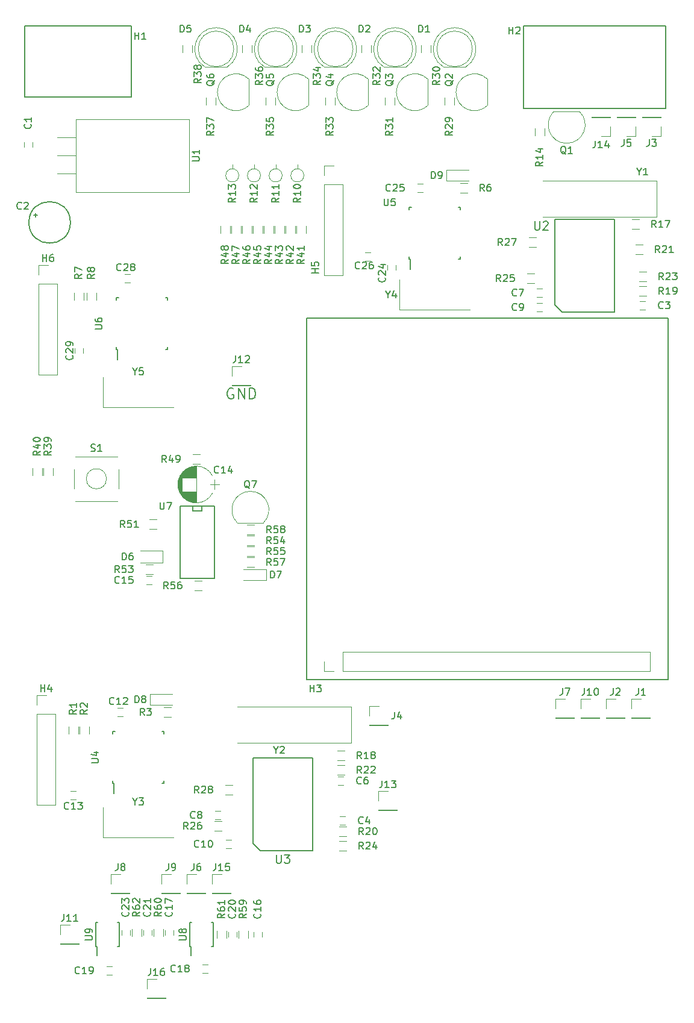
<source format=gbr>
G04 #@! TF.FileFunction,Legend,Top*
%FSLAX46Y46*%
G04 Gerber Fmt 4.6, Leading zero omitted, Abs format (unit mm)*
G04 Created by KiCad (PCBNEW 4.0.6) date 01/22/18 20:01:01*
%MOMM*%
%LPD*%
G01*
G04 APERTURE LIST*
%ADD10C,0.100000*%
%ADD11C,0.150000*%
%ADD12C,0.200000*%
%ADD13C,0.120000*%
G04 APERTURE END LIST*
D10*
D11*
X211455143Y-64528000D02*
X211312286Y-64456571D01*
X211098000Y-64456571D01*
X210883715Y-64528000D01*
X210740857Y-64670857D01*
X210669429Y-64813714D01*
X210598000Y-65099429D01*
X210598000Y-65313714D01*
X210669429Y-65599429D01*
X210740857Y-65742286D01*
X210883715Y-65885143D01*
X211098000Y-65956571D01*
X211240857Y-65956571D01*
X211455143Y-65885143D01*
X211526572Y-65813714D01*
X211526572Y-65313714D01*
X211240857Y-65313714D01*
X212169429Y-65956571D02*
X212169429Y-64456571D01*
X213026572Y-65956571D01*
X213026572Y-64456571D01*
X213740858Y-65956571D02*
X213740858Y-64456571D01*
X214098001Y-64456571D01*
X214312286Y-64528000D01*
X214455144Y-64670857D01*
X214526572Y-64813714D01*
X214598001Y-65099429D01*
X214598001Y-65313714D01*
X214526572Y-65599429D01*
X214455144Y-65742286D01*
X214312286Y-65885143D01*
X214098001Y-65956571D01*
X213740858Y-65956571D01*
D12*
X272542000Y-105410000D02*
X221742000Y-105410000D01*
X272542000Y-54610000D02*
X272542000Y-105410000D01*
X221742000Y-54610000D02*
X272542000Y-54610000D01*
X221742000Y-105410000D02*
X221742000Y-54610000D01*
D11*
X252256000Y-25104000D02*
X252256000Y-13504000D01*
X272256000Y-25104000D02*
X272256000Y-13504000D01*
X272256000Y-13504000D02*
X252256000Y-13504000D01*
X272256000Y-25104000D02*
X252256000Y-25104000D01*
X236151000Y-46297000D02*
X236376000Y-46297000D01*
X236151000Y-39047000D02*
X236476000Y-39047000D01*
X243401000Y-39047000D02*
X243076000Y-39047000D01*
X243401000Y-46297000D02*
X243076000Y-46297000D01*
X236151000Y-46297000D02*
X236151000Y-45972000D01*
X243401000Y-46297000D02*
X243401000Y-45972000D01*
X243401000Y-39047000D02*
X243401000Y-39372000D01*
X236151000Y-39047000D02*
X236151000Y-39372000D01*
X236376000Y-46297000D02*
X236376000Y-47722000D01*
D13*
X247214000Y-24660000D02*
X247214000Y-21060000D01*
X247202478Y-24698478D02*
G75*
G02X242764000Y-22860000I-1838478J1838478D01*
G01*
X247202478Y-21021522D02*
G75*
G03X242764000Y-22860000I-1838478J-1838478D01*
G01*
D11*
X183642000Y-39878000D02*
X183642000Y-40386000D01*
X183388000Y-40132000D02*
X183896000Y-40132000D01*
X188573476Y-41148000D02*
G75*
G03X188573476Y-41148000I-2915476J0D01*
G01*
D13*
X270062000Y-104200000D02*
X270062000Y-101540000D01*
X226822000Y-104200000D02*
X270062000Y-104200000D01*
X226822000Y-101540000D02*
X270062000Y-101540000D01*
X226822000Y-104200000D02*
X226822000Y-101540000D01*
X225552000Y-104200000D02*
X224222000Y-104200000D01*
X224222000Y-104200000D02*
X224222000Y-102870000D01*
X224222000Y-48574000D02*
X226882000Y-48574000D01*
X224222000Y-35814000D02*
X224222000Y-48574000D01*
X226882000Y-35814000D02*
X226882000Y-48574000D01*
X224222000Y-35814000D02*
X226882000Y-35814000D01*
X224222000Y-34544000D02*
X224222000Y-33214000D01*
X224222000Y-33214000D02*
X225552000Y-33214000D01*
X184090000Y-62544000D02*
X186750000Y-62544000D01*
X184090000Y-49784000D02*
X184090000Y-62544000D01*
X186750000Y-49784000D02*
X186750000Y-62544000D01*
X184090000Y-49784000D02*
X186750000Y-49784000D01*
X184090000Y-48514000D02*
X184090000Y-47184000D01*
X184090000Y-47184000D02*
X185420000Y-47184000D01*
X260118000Y-25582000D02*
X256518000Y-25582000D01*
X260156478Y-25593522D02*
G75*
G02X258318000Y-30032000I-1838478J-1838478D01*
G01*
X256479522Y-25593522D02*
G75*
G03X258318000Y-30032000I1838478J-1838478D01*
G01*
X238832000Y-24660000D02*
X238832000Y-21060000D01*
X238820478Y-24698478D02*
G75*
G02X234382000Y-22860000I-1838478J1838478D01*
G01*
X238820478Y-21021522D02*
G75*
G03X234382000Y-22860000I-1838478J-1838478D01*
G01*
X230450000Y-24660000D02*
X230450000Y-21060000D01*
X230438478Y-24698478D02*
G75*
G02X226000000Y-22860000I-1838478J1838478D01*
G01*
X230438478Y-21021522D02*
G75*
G03X226000000Y-22860000I-1838478J-1838478D01*
G01*
X222068000Y-24660000D02*
X222068000Y-21060000D01*
X222056478Y-24698478D02*
G75*
G02X217618000Y-22860000I-1838478J1838478D01*
G01*
X222056478Y-21021522D02*
G75*
G03X217618000Y-22860000I-1838478J-1838478D01*
G01*
X213686000Y-24660000D02*
X213686000Y-21060000D01*
X213674478Y-24698478D02*
G75*
G02X209236000Y-22860000I-1838478J1838478D01*
G01*
X213674478Y-21021522D02*
G75*
G03X209236000Y-22860000I-1838478J-1838478D01*
G01*
X212068000Y-83384000D02*
X215668000Y-83384000D01*
X212029522Y-83372478D02*
G75*
G02X213868000Y-78934000I1838478J1838478D01*
G01*
X215706478Y-83372478D02*
G75*
G03X213868000Y-78934000I-1838478J1838478D01*
G01*
X193640214Y-77180000D02*
G75*
G03X193640214Y-77180000I-1414214J0D01*
G01*
X189256000Y-80300000D02*
X195196000Y-80300000D01*
X189256000Y-74060000D02*
X195196000Y-74060000D01*
X189106000Y-78520000D02*
X189106000Y-75840000D01*
X195346000Y-75840000D02*
X195346000Y-78520000D01*
D11*
X214240000Y-128451000D02*
X215240000Y-129451000D01*
X215240000Y-129451000D02*
X222640000Y-129451000D01*
X222640000Y-129451000D02*
X222640000Y-116421000D01*
X222640000Y-116421000D02*
X214240000Y-116421000D01*
X214240000Y-116421000D02*
X214240000Y-128451000D01*
X192127000Y-142899000D02*
X192302000Y-142899000D01*
X192127000Y-139549000D02*
X192377000Y-139549000D01*
X195477000Y-139549000D02*
X195227000Y-139549000D01*
X195477000Y-142899000D02*
X195227000Y-142899000D01*
X192127000Y-142899000D02*
X192127000Y-139549000D01*
X195477000Y-142899000D02*
X195477000Y-139549000D01*
X192302000Y-142899000D02*
X192302000Y-144149000D01*
D13*
X183226000Y-29876000D02*
X183226000Y-30576000D01*
X182026000Y-30576000D02*
X182026000Y-29876000D01*
X268636000Y-52232000D02*
X269336000Y-52232000D01*
X269336000Y-53432000D02*
X268636000Y-53432000D01*
X227172000Y-125822000D02*
X226472000Y-125822000D01*
X226472000Y-124622000D02*
X227172000Y-124622000D01*
X226918000Y-120234000D02*
X226218000Y-120234000D01*
X226218000Y-119034000D02*
X226918000Y-119034000D01*
X254858000Y-51654000D02*
X254158000Y-51654000D01*
X254158000Y-50454000D02*
X254858000Y-50454000D01*
X208946000Y-123860000D02*
X209646000Y-123860000D01*
X209646000Y-125060000D02*
X208946000Y-125060000D01*
X254858000Y-53686000D02*
X254158000Y-53686000D01*
X254158000Y-52486000D02*
X254858000Y-52486000D01*
X211170000Y-129124000D02*
X210470000Y-129124000D01*
X210470000Y-127924000D02*
X211170000Y-127924000D01*
X195930000Y-110582000D02*
X195230000Y-110582000D01*
X195230000Y-109382000D02*
X195930000Y-109382000D01*
X188626000Y-121066000D02*
X189326000Y-121066000D01*
X189326000Y-122266000D02*
X188626000Y-122266000D01*
X203958278Y-79157723D02*
G75*
G03X208569580Y-79158000I2305722J1179723D01*
G01*
X203958278Y-76798277D02*
G75*
G02X208569580Y-76798000I2305722J-1179723D01*
G01*
X203958278Y-76798277D02*
G75*
G03X203958420Y-79158000I2305722J-1179723D01*
G01*
X206264000Y-80528000D02*
X206264000Y-75428000D01*
X206224000Y-80528000D02*
X206224000Y-78958000D01*
X206224000Y-76998000D02*
X206224000Y-75428000D01*
X206184000Y-80527000D02*
X206184000Y-78958000D01*
X206184000Y-76998000D02*
X206184000Y-75429000D01*
X206144000Y-80526000D02*
X206144000Y-78958000D01*
X206144000Y-76998000D02*
X206144000Y-75430000D01*
X206104000Y-80524000D02*
X206104000Y-78958000D01*
X206104000Y-76998000D02*
X206104000Y-75432000D01*
X206064000Y-80521000D02*
X206064000Y-78958000D01*
X206064000Y-76998000D02*
X206064000Y-75435000D01*
X206024000Y-80517000D02*
X206024000Y-78958000D01*
X206024000Y-76998000D02*
X206024000Y-75439000D01*
X205984000Y-80513000D02*
X205984000Y-78958000D01*
X205984000Y-76998000D02*
X205984000Y-75443000D01*
X205944000Y-80509000D02*
X205944000Y-78958000D01*
X205944000Y-76998000D02*
X205944000Y-75447000D01*
X205904000Y-80503000D02*
X205904000Y-78958000D01*
X205904000Y-76998000D02*
X205904000Y-75453000D01*
X205864000Y-80497000D02*
X205864000Y-78958000D01*
X205864000Y-76998000D02*
X205864000Y-75459000D01*
X205824000Y-80491000D02*
X205824000Y-78958000D01*
X205824000Y-76998000D02*
X205824000Y-75465000D01*
X205784000Y-80484000D02*
X205784000Y-78958000D01*
X205784000Y-76998000D02*
X205784000Y-75472000D01*
X205744000Y-80476000D02*
X205744000Y-78958000D01*
X205744000Y-76998000D02*
X205744000Y-75480000D01*
X205704000Y-80467000D02*
X205704000Y-78958000D01*
X205704000Y-76998000D02*
X205704000Y-75489000D01*
X205664000Y-80458000D02*
X205664000Y-78958000D01*
X205664000Y-76998000D02*
X205664000Y-75498000D01*
X205624000Y-80448000D02*
X205624000Y-78958000D01*
X205624000Y-76998000D02*
X205624000Y-75508000D01*
X205584000Y-80438000D02*
X205584000Y-78958000D01*
X205584000Y-76998000D02*
X205584000Y-75518000D01*
X205543000Y-80426000D02*
X205543000Y-78958000D01*
X205543000Y-76998000D02*
X205543000Y-75530000D01*
X205503000Y-80414000D02*
X205503000Y-78958000D01*
X205503000Y-76998000D02*
X205503000Y-75542000D01*
X205463000Y-80402000D02*
X205463000Y-78958000D01*
X205463000Y-76998000D02*
X205463000Y-75554000D01*
X205423000Y-80388000D02*
X205423000Y-78958000D01*
X205423000Y-76998000D02*
X205423000Y-75568000D01*
X205383000Y-80374000D02*
X205383000Y-78958000D01*
X205383000Y-76998000D02*
X205383000Y-75582000D01*
X205343000Y-80360000D02*
X205343000Y-78958000D01*
X205343000Y-76998000D02*
X205343000Y-75596000D01*
X205303000Y-80344000D02*
X205303000Y-78958000D01*
X205303000Y-76998000D02*
X205303000Y-75612000D01*
X205263000Y-80328000D02*
X205263000Y-78958000D01*
X205263000Y-76998000D02*
X205263000Y-75628000D01*
X205223000Y-80311000D02*
X205223000Y-78958000D01*
X205223000Y-76998000D02*
X205223000Y-75645000D01*
X205183000Y-80293000D02*
X205183000Y-78958000D01*
X205183000Y-76998000D02*
X205183000Y-75663000D01*
X205143000Y-80274000D02*
X205143000Y-78958000D01*
X205143000Y-76998000D02*
X205143000Y-75682000D01*
X205103000Y-80254000D02*
X205103000Y-78958000D01*
X205103000Y-76998000D02*
X205103000Y-75702000D01*
X205063000Y-80234000D02*
X205063000Y-78958000D01*
X205063000Y-76998000D02*
X205063000Y-75722000D01*
X205023000Y-80212000D02*
X205023000Y-78958000D01*
X205023000Y-76998000D02*
X205023000Y-75744000D01*
X204983000Y-80190000D02*
X204983000Y-78958000D01*
X204983000Y-76998000D02*
X204983000Y-75766000D01*
X204943000Y-80167000D02*
X204943000Y-78958000D01*
X204943000Y-76998000D02*
X204943000Y-75789000D01*
X204903000Y-80143000D02*
X204903000Y-78958000D01*
X204903000Y-76998000D02*
X204903000Y-75813000D01*
X204863000Y-80118000D02*
X204863000Y-78958000D01*
X204863000Y-76998000D02*
X204863000Y-75838000D01*
X204823000Y-80091000D02*
X204823000Y-78958000D01*
X204823000Y-76998000D02*
X204823000Y-75865000D01*
X204783000Y-80064000D02*
X204783000Y-78958000D01*
X204783000Y-76998000D02*
X204783000Y-75892000D01*
X204743000Y-80036000D02*
X204743000Y-78958000D01*
X204743000Y-76998000D02*
X204743000Y-75920000D01*
X204703000Y-80006000D02*
X204703000Y-78958000D01*
X204703000Y-76998000D02*
X204703000Y-75950000D01*
X204663000Y-79975000D02*
X204663000Y-78958000D01*
X204663000Y-76998000D02*
X204663000Y-75981000D01*
X204623000Y-79943000D02*
X204623000Y-78958000D01*
X204623000Y-76998000D02*
X204623000Y-76013000D01*
X204583000Y-79910000D02*
X204583000Y-78958000D01*
X204583000Y-76998000D02*
X204583000Y-76046000D01*
X204543000Y-79875000D02*
X204543000Y-78958000D01*
X204543000Y-76998000D02*
X204543000Y-76081000D01*
X204503000Y-79839000D02*
X204503000Y-78958000D01*
X204503000Y-76998000D02*
X204503000Y-76117000D01*
X204463000Y-79801000D02*
X204463000Y-78958000D01*
X204463000Y-76998000D02*
X204463000Y-76155000D01*
X204423000Y-79761000D02*
X204423000Y-78958000D01*
X204423000Y-76998000D02*
X204423000Y-76195000D01*
X204383000Y-79720000D02*
X204383000Y-78958000D01*
X204383000Y-76998000D02*
X204383000Y-76236000D01*
X204343000Y-79677000D02*
X204343000Y-78958000D01*
X204343000Y-76998000D02*
X204343000Y-76279000D01*
X204303000Y-79632000D02*
X204303000Y-78958000D01*
X204303000Y-76998000D02*
X204303000Y-76324000D01*
X204263000Y-79584000D02*
X204263000Y-76372000D01*
X204223000Y-79534000D02*
X204223000Y-76422000D01*
X204183000Y-79482000D02*
X204183000Y-76474000D01*
X204143000Y-79426000D02*
X204143000Y-76530000D01*
X204103000Y-79368000D02*
X204103000Y-76588000D01*
X204063000Y-79305000D02*
X204063000Y-76651000D01*
X204023000Y-79239000D02*
X204023000Y-76717000D01*
X203983000Y-79167000D02*
X203983000Y-76789000D01*
X203943000Y-79090000D02*
X203943000Y-76866000D01*
X203903000Y-79006000D02*
X203903000Y-76950000D01*
X203863000Y-78912000D02*
X203863000Y-77044000D01*
X203823000Y-78807000D02*
X203823000Y-77149000D01*
X203783000Y-78685000D02*
X203783000Y-77271000D01*
X203743000Y-78537000D02*
X203743000Y-77419000D01*
X203703000Y-78332000D02*
X203703000Y-77624000D01*
X209464000Y-77978000D02*
X208264000Y-77978000D01*
X208864000Y-78628000D02*
X208864000Y-77328000D01*
X199994000Y-92040000D02*
X199294000Y-92040000D01*
X199294000Y-90840000D02*
X199994000Y-90840000D01*
X214284000Y-141574000D02*
X214284000Y-140874000D01*
X215484000Y-140874000D02*
X215484000Y-141574000D01*
X203038000Y-140620000D02*
X203038000Y-141320000D01*
X201838000Y-141320000D02*
X201838000Y-140620000D01*
X207168000Y-145450000D02*
X207868000Y-145450000D01*
X207868000Y-146650000D02*
X207168000Y-146650000D01*
X193706000Y-145704000D02*
X194406000Y-145704000D01*
X194406000Y-146904000D02*
X193706000Y-146904000D01*
X211928000Y-140874000D02*
X211928000Y-141574000D01*
X210728000Y-141574000D02*
X210728000Y-140874000D01*
X199990000Y-140620000D02*
X199990000Y-141320000D01*
X198790000Y-141320000D02*
X198790000Y-140620000D01*
X196942000Y-140620000D02*
X196942000Y-141320000D01*
X195742000Y-141320000D02*
X195742000Y-140620000D01*
X212868000Y-89928000D02*
X216068000Y-89928000D01*
X216068000Y-91428000D02*
X212868000Y-91428000D01*
X216068000Y-91428000D02*
X216068000Y-89928000D01*
D11*
X182158000Y-18542000D02*
X182158000Y-23542000D01*
X182158000Y-18542000D02*
X182158000Y-13542000D01*
X184658000Y-23542000D02*
X182158000Y-23542000D01*
X184658000Y-23542000D02*
X197158000Y-23542000D01*
X197158000Y-18542000D02*
X197158000Y-23542000D01*
X197158000Y-18542000D02*
X197158000Y-13542000D01*
X182158000Y-13542000D02*
X184658000Y-13542000D01*
X184658000Y-13542000D02*
X197158000Y-13542000D01*
D13*
X183836000Y-122996000D02*
X186496000Y-122996000D01*
X183836000Y-110236000D02*
X183836000Y-122996000D01*
X186496000Y-110236000D02*
X186496000Y-122996000D01*
X183836000Y-110236000D02*
X186496000Y-110236000D01*
X183836000Y-108966000D02*
X183836000Y-107636000D01*
X183836000Y-107636000D02*
X185166000Y-107636000D01*
X253828000Y-28948000D02*
X253828000Y-27948000D01*
X255188000Y-27948000D02*
X255188000Y-28948000D01*
X268470000Y-42082000D02*
X267470000Y-42082000D01*
X267470000Y-40722000D02*
X268470000Y-40722000D01*
X227068000Y-116758000D02*
X226068000Y-116758000D01*
X226068000Y-115398000D02*
X227068000Y-115398000D01*
X269486000Y-51480000D02*
X268486000Y-51480000D01*
X268486000Y-50120000D02*
X269486000Y-50120000D01*
X227322000Y-127426000D02*
X226322000Y-127426000D01*
X226322000Y-126066000D02*
X227322000Y-126066000D01*
X267978000Y-44278000D02*
X268978000Y-44278000D01*
X268978000Y-45638000D02*
X267978000Y-45638000D01*
X226068000Y-117430000D02*
X227068000Y-117430000D01*
X227068000Y-118790000D02*
X226068000Y-118790000D01*
X269486000Y-49448000D02*
X268486000Y-49448000D01*
X268486000Y-48088000D02*
X269486000Y-48088000D01*
X227322000Y-129458000D02*
X226322000Y-129458000D01*
X226322000Y-128098000D02*
X227322000Y-128098000D01*
X252738000Y-48342000D02*
X253738000Y-48342000D01*
X253738000Y-49702000D02*
X252738000Y-49702000D01*
X208796000Y-125304000D02*
X209796000Y-125304000D01*
X209796000Y-126664000D02*
X208796000Y-126664000D01*
X252992000Y-43262000D02*
X253992000Y-43262000D01*
X253992000Y-44622000D02*
X252992000Y-44622000D01*
X210320000Y-120224000D02*
X211320000Y-120224000D01*
X211320000Y-121584000D02*
X210320000Y-121584000D01*
X241128000Y-24630000D02*
X241128000Y-23630000D01*
X242488000Y-23630000D02*
X242488000Y-24630000D01*
X237826000Y-17264000D02*
X237826000Y-16264000D01*
X239186000Y-16264000D02*
X239186000Y-17264000D01*
X232746000Y-24630000D02*
X232746000Y-23630000D01*
X234106000Y-23630000D02*
X234106000Y-24630000D01*
X229444000Y-17264000D02*
X229444000Y-16264000D01*
X230804000Y-16264000D02*
X230804000Y-17264000D01*
X224364000Y-24630000D02*
X224364000Y-23630000D01*
X225724000Y-23630000D02*
X225724000Y-24630000D01*
X221062000Y-17264000D02*
X221062000Y-16264000D01*
X222422000Y-16264000D02*
X222422000Y-17264000D01*
X215982000Y-24630000D02*
X215982000Y-23630000D01*
X217342000Y-23630000D02*
X217342000Y-24630000D01*
X212680000Y-17264000D02*
X212680000Y-16264000D01*
X214040000Y-16264000D02*
X214040000Y-17264000D01*
X207600000Y-24630000D02*
X207600000Y-23630000D01*
X208960000Y-23630000D02*
X208960000Y-24630000D01*
X204298000Y-17264000D02*
X204298000Y-16264000D01*
X205658000Y-16264000D02*
X205658000Y-17264000D01*
X186100000Y-75700000D02*
X186100000Y-76700000D01*
X184740000Y-76700000D02*
X184740000Y-75700000D01*
X183216000Y-76700000D02*
X183216000Y-75700000D01*
X184576000Y-75700000D02*
X184576000Y-76700000D01*
X220300000Y-42664000D02*
X220300000Y-41664000D01*
X221660000Y-41664000D02*
X221660000Y-42664000D01*
X220136000Y-41664000D02*
X220136000Y-42664000D01*
X218776000Y-42664000D02*
X218776000Y-41664000D01*
X217252000Y-42664000D02*
X217252000Y-41664000D01*
X218612000Y-41664000D02*
X218612000Y-42664000D01*
X217088000Y-41664000D02*
X217088000Y-42664000D01*
X215728000Y-42664000D02*
X215728000Y-41664000D01*
X214204000Y-42664000D02*
X214204000Y-41664000D01*
X215564000Y-41664000D02*
X215564000Y-42664000D01*
X214040000Y-41664000D02*
X214040000Y-42664000D01*
X212680000Y-42664000D02*
X212680000Y-41664000D01*
X211156000Y-42664000D02*
X211156000Y-41664000D01*
X212516000Y-41664000D02*
X212516000Y-42664000D01*
X210992000Y-41664000D02*
X210992000Y-42664000D01*
X209632000Y-42664000D02*
X209632000Y-41664000D01*
X205748000Y-73742000D02*
X206748000Y-73742000D01*
X206748000Y-75102000D02*
X205748000Y-75102000D01*
X199652000Y-82886000D02*
X200652000Y-82886000D01*
X200652000Y-84246000D02*
X199652000Y-84246000D01*
X199144000Y-89236000D02*
X200144000Y-89236000D01*
X200144000Y-90596000D02*
X199144000Y-90596000D01*
X214368000Y-86532000D02*
X213368000Y-86532000D01*
X213368000Y-85172000D02*
X214368000Y-85172000D01*
X214368000Y-88056000D02*
X213368000Y-88056000D01*
X213368000Y-86696000D02*
X214368000Y-86696000D01*
X206002000Y-91522000D02*
X207002000Y-91522000D01*
X207002000Y-92882000D02*
X206002000Y-92882000D01*
X213368000Y-88220000D02*
X214368000Y-88220000D01*
X214368000Y-89580000D02*
X213368000Y-89580000D01*
X214368000Y-85008000D02*
X213368000Y-85008000D01*
X213368000Y-83648000D02*
X214368000Y-83648000D01*
X212172000Y-141724000D02*
X212172000Y-140724000D01*
X213532000Y-140724000D02*
X213532000Y-141724000D01*
X200234000Y-141470000D02*
X200234000Y-140470000D01*
X201594000Y-140470000D02*
X201594000Y-141470000D01*
X210484000Y-140724000D02*
X210484000Y-141724000D01*
X209124000Y-141724000D02*
X209124000Y-140724000D01*
X198546000Y-140470000D02*
X198546000Y-141470000D01*
X197186000Y-141470000D02*
X197186000Y-140470000D01*
D11*
X256658000Y-52759000D02*
X257658000Y-53759000D01*
X257658000Y-53759000D02*
X265058000Y-53759000D01*
X265058000Y-53759000D02*
X265058000Y-40729000D01*
X265058000Y-40729000D02*
X256658000Y-40729000D01*
X256658000Y-40729000D02*
X256658000Y-52759000D01*
X208788000Y-91186000D02*
X203962000Y-91186000D01*
X203962000Y-91186000D02*
X203962000Y-81026000D01*
X203962000Y-81026000D02*
X208788000Y-81026000D01*
X208788000Y-81026000D02*
X208788000Y-91186000D01*
X207010000Y-81026000D02*
X207010000Y-81661000D01*
X207010000Y-81661000D02*
X205740000Y-81661000D01*
X205740000Y-81661000D02*
X205740000Y-81026000D01*
X205335000Y-142899000D02*
X205510000Y-142899000D01*
X205335000Y-139549000D02*
X205585000Y-139549000D01*
X208685000Y-139549000D02*
X208435000Y-139549000D01*
X208685000Y-142899000D02*
X208435000Y-142899000D01*
X205335000Y-142899000D02*
X205335000Y-139549000D01*
X208685000Y-142899000D02*
X208685000Y-139549000D01*
X205510000Y-142899000D02*
X205510000Y-144149000D01*
D13*
X242570462Y-13774000D02*
G75*
G03X241025170Y-19324000I-462J-2990000D01*
G01*
X242569538Y-13774000D02*
G75*
G02X244114830Y-19324000I462J-2990000D01*
G01*
X245070000Y-16764000D02*
G75*
G03X245070000Y-16764000I-2500000J0D01*
G01*
X241025000Y-19324000D02*
X244115000Y-19324000D01*
X234188462Y-13774000D02*
G75*
G03X232643170Y-19324000I-462J-2990000D01*
G01*
X234187538Y-13774000D02*
G75*
G02X235732830Y-19324000I462J-2990000D01*
G01*
X236688000Y-16764000D02*
G75*
G03X236688000Y-16764000I-2500000J0D01*
G01*
X232643000Y-19324000D02*
X235733000Y-19324000D01*
X225806462Y-13774000D02*
G75*
G03X224261170Y-19324000I-462J-2990000D01*
G01*
X225805538Y-13774000D02*
G75*
G02X227350830Y-19324000I462J-2990000D01*
G01*
X228306000Y-16764000D02*
G75*
G03X228306000Y-16764000I-2500000J0D01*
G01*
X224261000Y-19324000D02*
X227351000Y-19324000D01*
X217424462Y-13774000D02*
G75*
G03X215879170Y-19324000I-462J-2990000D01*
G01*
X217423538Y-13774000D02*
G75*
G02X218968830Y-19324000I462J-2990000D01*
G01*
X219924000Y-16764000D02*
G75*
G03X219924000Y-16764000I-2500000J0D01*
G01*
X215879000Y-19324000D02*
X218969000Y-19324000D01*
X209042462Y-13774000D02*
G75*
G03X207497170Y-19324000I-462J-2990000D01*
G01*
X209041538Y-13774000D02*
G75*
G02X210586830Y-19324000I462J-2990000D01*
G01*
X211542000Y-16764000D02*
G75*
G03X211542000Y-16764000I-2500000J0D01*
G01*
X207497000Y-19324000D02*
X210587000Y-19324000D01*
X189364000Y-26630000D02*
X189364000Y-36870000D01*
X205254000Y-26630000D02*
X205254000Y-36870000D01*
X205254000Y-26630000D02*
X189364000Y-26630000D01*
X205254000Y-36870000D02*
X189364000Y-36870000D01*
X189364000Y-29210000D02*
X186724000Y-29210000D01*
X189364000Y-31750000D02*
X186740000Y-31750000D01*
X189364000Y-34290000D02*
X186740000Y-34290000D01*
X254958000Y-40396000D02*
X270933000Y-40396000D01*
X270933000Y-40396000D02*
X270933000Y-35296000D01*
X270933000Y-35296000D02*
X254958000Y-35296000D01*
X212032000Y-114310000D02*
X228007000Y-114310000D01*
X228007000Y-114310000D02*
X228007000Y-109210000D01*
X228007000Y-109210000D02*
X212032000Y-109210000D01*
X201544000Y-88988000D02*
X201544000Y-87288000D01*
X201544000Y-87288000D02*
X198394000Y-87288000D01*
X201544000Y-88988000D02*
X198394000Y-88988000D01*
X267402000Y-110804000D02*
X270062000Y-110804000D01*
X267402000Y-110744000D02*
X267402000Y-110804000D01*
X270062000Y-110744000D02*
X270062000Y-110804000D01*
X267402000Y-110744000D02*
X270062000Y-110744000D01*
X267402000Y-109474000D02*
X267402000Y-108144000D01*
X267402000Y-108144000D02*
X268732000Y-108144000D01*
X263846000Y-110804000D02*
X266506000Y-110804000D01*
X263846000Y-110744000D02*
X263846000Y-110804000D01*
X266506000Y-110744000D02*
X266506000Y-110804000D01*
X263846000Y-110744000D02*
X266506000Y-110744000D01*
X263846000Y-109474000D02*
X263846000Y-108144000D01*
X263846000Y-108144000D02*
X265176000Y-108144000D01*
X271586000Y-26356000D02*
X268926000Y-26356000D01*
X271586000Y-26416000D02*
X271586000Y-26356000D01*
X268926000Y-26416000D02*
X268926000Y-26356000D01*
X271586000Y-26416000D02*
X268926000Y-26416000D01*
X271586000Y-27686000D02*
X271586000Y-29016000D01*
X271586000Y-29016000D02*
X270256000Y-29016000D01*
X230572000Y-111820000D02*
X233232000Y-111820000D01*
X230572000Y-111760000D02*
X230572000Y-111820000D01*
X233232000Y-111760000D02*
X233232000Y-111820000D01*
X230572000Y-111760000D02*
X233232000Y-111760000D01*
X230572000Y-110490000D02*
X230572000Y-109160000D01*
X230572000Y-109160000D02*
X231902000Y-109160000D01*
X268030000Y-26356000D02*
X265370000Y-26356000D01*
X268030000Y-26416000D02*
X268030000Y-26356000D01*
X265370000Y-26416000D02*
X265370000Y-26356000D01*
X268030000Y-26416000D02*
X265370000Y-26416000D01*
X268030000Y-27686000D02*
X268030000Y-29016000D01*
X268030000Y-29016000D02*
X266700000Y-29016000D01*
X204918000Y-135442000D02*
X207578000Y-135442000D01*
X204918000Y-135382000D02*
X204918000Y-135442000D01*
X207578000Y-135382000D02*
X207578000Y-135442000D01*
X204918000Y-135382000D02*
X207578000Y-135382000D01*
X204918000Y-134112000D02*
X204918000Y-132782000D01*
X204918000Y-132782000D02*
X206248000Y-132782000D01*
X256734000Y-110804000D02*
X259394000Y-110804000D01*
X256734000Y-110744000D02*
X256734000Y-110804000D01*
X259394000Y-110744000D02*
X259394000Y-110804000D01*
X256734000Y-110744000D02*
X259394000Y-110744000D01*
X256734000Y-109474000D02*
X256734000Y-108144000D01*
X256734000Y-108144000D02*
X258064000Y-108144000D01*
X194250000Y-135442000D02*
X196910000Y-135442000D01*
X194250000Y-135382000D02*
X194250000Y-135442000D01*
X196910000Y-135382000D02*
X196910000Y-135442000D01*
X194250000Y-135382000D02*
X196910000Y-135382000D01*
X194250000Y-134112000D02*
X194250000Y-132782000D01*
X194250000Y-132782000D02*
X195580000Y-132782000D01*
X201362000Y-135442000D02*
X204022000Y-135442000D01*
X201362000Y-135382000D02*
X201362000Y-135442000D01*
X204022000Y-135382000D02*
X204022000Y-135442000D01*
X201362000Y-135382000D02*
X204022000Y-135382000D01*
X201362000Y-134112000D02*
X201362000Y-132782000D01*
X201362000Y-132782000D02*
X202692000Y-132782000D01*
X260290000Y-110804000D02*
X262950000Y-110804000D01*
X260290000Y-110744000D02*
X260290000Y-110804000D01*
X262950000Y-110744000D02*
X262950000Y-110804000D01*
X260290000Y-110744000D02*
X262950000Y-110744000D01*
X260290000Y-109474000D02*
X260290000Y-108144000D01*
X260290000Y-108144000D02*
X261620000Y-108144000D01*
X187138000Y-142554000D02*
X189798000Y-142554000D01*
X187138000Y-142494000D02*
X187138000Y-142554000D01*
X189798000Y-142494000D02*
X189798000Y-142554000D01*
X187138000Y-142494000D02*
X189798000Y-142494000D01*
X187138000Y-141224000D02*
X187138000Y-139894000D01*
X187138000Y-139894000D02*
X188468000Y-139894000D01*
X211268000Y-64068000D02*
X213928000Y-64068000D01*
X211268000Y-64008000D02*
X211268000Y-64068000D01*
X213928000Y-64008000D02*
X213928000Y-64068000D01*
X211268000Y-64008000D02*
X213928000Y-64008000D01*
X211268000Y-62738000D02*
X211268000Y-61408000D01*
X211268000Y-61408000D02*
X212598000Y-61408000D01*
X231842000Y-123758000D02*
X234502000Y-123758000D01*
X231842000Y-123698000D02*
X231842000Y-123758000D01*
X234502000Y-123698000D02*
X234502000Y-123758000D01*
X231842000Y-123698000D02*
X234502000Y-123698000D01*
X231842000Y-122428000D02*
X231842000Y-121098000D01*
X231842000Y-121098000D02*
X233172000Y-121098000D01*
X264474000Y-26356000D02*
X261814000Y-26356000D01*
X264474000Y-26416000D02*
X264474000Y-26356000D01*
X261814000Y-26416000D02*
X261814000Y-26356000D01*
X264474000Y-26416000D02*
X261814000Y-26416000D01*
X264474000Y-27686000D02*
X264474000Y-29016000D01*
X264474000Y-29016000D02*
X263144000Y-29016000D01*
X208474000Y-135442000D02*
X211134000Y-135442000D01*
X208474000Y-135382000D02*
X208474000Y-135442000D01*
X211134000Y-135382000D02*
X211134000Y-135442000D01*
X208474000Y-135382000D02*
X211134000Y-135382000D01*
X208474000Y-134112000D02*
X208474000Y-132782000D01*
X208474000Y-132782000D02*
X209804000Y-132782000D01*
X199330000Y-150174000D02*
X201990000Y-150174000D01*
X199330000Y-150114000D02*
X199330000Y-150174000D01*
X201990000Y-150114000D02*
X201990000Y-150174000D01*
X199330000Y-150114000D02*
X201990000Y-150114000D01*
X199330000Y-148844000D02*
X199330000Y-147514000D01*
X199330000Y-147514000D02*
X200660000Y-147514000D01*
X233080000Y-47848000D02*
X233080000Y-47148000D01*
X234280000Y-47148000D02*
X234280000Y-47848000D01*
X238094000Y-36922000D02*
X237394000Y-36922000D01*
X237394000Y-35722000D02*
X238094000Y-35722000D01*
X230028000Y-45374000D02*
X230728000Y-45374000D01*
X230728000Y-46574000D02*
X230028000Y-46574000D01*
X196946000Y-49622000D02*
X196246000Y-49622000D01*
X196246000Y-48422000D02*
X196946000Y-48422000D01*
X189138000Y-59532000D02*
X189138000Y-58832000D01*
X190338000Y-58832000D02*
X190338000Y-59532000D01*
X202930000Y-108954000D02*
X199730000Y-108954000D01*
X199730000Y-107454000D02*
X202930000Y-107454000D01*
X199730000Y-107454000D02*
X199730000Y-108954000D01*
X244586000Y-35294000D02*
X241386000Y-35294000D01*
X241386000Y-33794000D02*
X244586000Y-33794000D01*
X241386000Y-33794000D02*
X241386000Y-35294000D01*
X188296000Y-113022000D02*
X188296000Y-112022000D01*
X189656000Y-112022000D02*
X189656000Y-113022000D01*
X189820000Y-113022000D02*
X189820000Y-112022000D01*
X191180000Y-112022000D02*
X191180000Y-113022000D01*
X201684000Y-109302000D02*
X202684000Y-109302000D01*
X202684000Y-110662000D02*
X201684000Y-110662000D01*
X243340000Y-35642000D02*
X244340000Y-35642000D01*
X244340000Y-37002000D02*
X243340000Y-37002000D01*
X189058000Y-52062000D02*
X189058000Y-51062000D01*
X190418000Y-51062000D02*
X190418000Y-52062000D01*
X190836000Y-52062000D02*
X190836000Y-51062000D01*
X192196000Y-51062000D02*
X192196000Y-52062000D01*
X193145000Y-123376000D02*
X193145000Y-127576000D01*
X193145000Y-127576000D02*
X203095000Y-127576000D01*
X234801000Y-49208000D02*
X234801000Y-53408000D01*
X234801000Y-53408000D02*
X244751000Y-53408000D01*
X193145000Y-62924000D02*
X193145000Y-67124000D01*
X193145000Y-67124000D02*
X203095000Y-67124000D01*
D11*
X194495000Y-119957000D02*
X194720000Y-119957000D01*
X194495000Y-112707000D02*
X194820000Y-112707000D01*
X201745000Y-112707000D02*
X201420000Y-112707000D01*
X201745000Y-119957000D02*
X201420000Y-119957000D01*
X194495000Y-119957000D02*
X194495000Y-119632000D01*
X201745000Y-119957000D02*
X201745000Y-119632000D01*
X201745000Y-112707000D02*
X201745000Y-113032000D01*
X194495000Y-112707000D02*
X194495000Y-113032000D01*
X194720000Y-119957000D02*
X194720000Y-121382000D01*
X195003000Y-58997000D02*
X195228000Y-58997000D01*
X195003000Y-51747000D02*
X195328000Y-51747000D01*
X202253000Y-51747000D02*
X201928000Y-51747000D01*
X202253000Y-58997000D02*
X201928000Y-58997000D01*
X195003000Y-58997000D02*
X195003000Y-58672000D01*
X202253000Y-58997000D02*
X202253000Y-58672000D01*
X202253000Y-51747000D02*
X202253000Y-52072000D01*
X195003000Y-51747000D02*
X195003000Y-52072000D01*
X195228000Y-58997000D02*
X195228000Y-60422000D01*
D13*
X221392000Y-34544000D02*
G75*
G03X221392000Y-34544000I-920000J0D01*
G01*
X220472000Y-33624000D02*
X220472000Y-33004000D01*
X218344000Y-34544000D02*
G75*
G03X218344000Y-34544000I-920000J0D01*
G01*
X217424000Y-33624000D02*
X217424000Y-33004000D01*
X215296000Y-34544000D02*
G75*
G03X215296000Y-34544000I-920000J0D01*
G01*
X214376000Y-33624000D02*
X214376000Y-33004000D01*
X212248000Y-34544000D02*
G75*
G03X212248000Y-34544000I-920000J0D01*
G01*
X211328000Y-33624000D02*
X211328000Y-33004000D01*
D11*
X250190095Y-14676381D02*
X250190095Y-13676381D01*
X250190095Y-14152571D02*
X250761524Y-14152571D01*
X250761524Y-14676381D02*
X250761524Y-13676381D01*
X251190095Y-13771619D02*
X251237714Y-13724000D01*
X251332952Y-13676381D01*
X251571048Y-13676381D01*
X251666286Y-13724000D01*
X251713905Y-13771619D01*
X251761524Y-13866857D01*
X251761524Y-13962095D01*
X251713905Y-14104952D01*
X251142476Y-14676381D01*
X251761524Y-14676381D01*
X232664095Y-37806381D02*
X232664095Y-38615905D01*
X232711714Y-38711143D01*
X232759333Y-38758762D01*
X232854571Y-38806381D01*
X233045048Y-38806381D01*
X233140286Y-38758762D01*
X233187905Y-38711143D01*
X233235524Y-38615905D01*
X233235524Y-37806381D01*
X234187905Y-37806381D02*
X233711714Y-37806381D01*
X233664095Y-38282571D01*
X233711714Y-38234952D01*
X233806952Y-38187333D01*
X234045048Y-38187333D01*
X234140286Y-38234952D01*
X234187905Y-38282571D01*
X234235524Y-38377810D01*
X234235524Y-38615905D01*
X234187905Y-38711143D01*
X234140286Y-38758762D01*
X234045048Y-38806381D01*
X233806952Y-38806381D01*
X233711714Y-38758762D01*
X233664095Y-38711143D01*
X242355619Y-21177238D02*
X242308000Y-21272476D01*
X242212762Y-21367714D01*
X242069905Y-21510571D01*
X242022286Y-21605810D01*
X242022286Y-21701048D01*
X242260381Y-21653429D02*
X242212762Y-21748667D01*
X242117524Y-21843905D01*
X241927048Y-21891524D01*
X241593714Y-21891524D01*
X241403238Y-21843905D01*
X241308000Y-21748667D01*
X241260381Y-21653429D01*
X241260381Y-21462952D01*
X241308000Y-21367714D01*
X241403238Y-21272476D01*
X241593714Y-21224857D01*
X241927048Y-21224857D01*
X242117524Y-21272476D01*
X242212762Y-21367714D01*
X242260381Y-21462952D01*
X242260381Y-21653429D01*
X241355619Y-20843905D02*
X241308000Y-20796286D01*
X241260381Y-20701048D01*
X241260381Y-20462952D01*
X241308000Y-20367714D01*
X241355619Y-20320095D01*
X241450857Y-20272476D01*
X241546095Y-20272476D01*
X241688952Y-20320095D01*
X242260381Y-20891524D01*
X242260381Y-20272476D01*
X181697334Y-39219143D02*
X181649715Y-39266762D01*
X181506858Y-39314381D01*
X181411620Y-39314381D01*
X181268762Y-39266762D01*
X181173524Y-39171524D01*
X181125905Y-39076286D01*
X181078286Y-38885810D01*
X181078286Y-38742952D01*
X181125905Y-38552476D01*
X181173524Y-38457238D01*
X181268762Y-38362000D01*
X181411620Y-38314381D01*
X181506858Y-38314381D01*
X181649715Y-38362000D01*
X181697334Y-38409619D01*
X182078286Y-38409619D02*
X182125905Y-38362000D01*
X182221143Y-38314381D01*
X182459239Y-38314381D01*
X182554477Y-38362000D01*
X182602096Y-38409619D01*
X182649715Y-38504857D01*
X182649715Y-38600095D01*
X182602096Y-38742952D01*
X182030667Y-39314381D01*
X182649715Y-39314381D01*
X222250095Y-107132381D02*
X222250095Y-106132381D01*
X222250095Y-106608571D02*
X222821524Y-106608571D01*
X222821524Y-107132381D02*
X222821524Y-106132381D01*
X223202476Y-106132381D02*
X223821524Y-106132381D01*
X223488190Y-106513333D01*
X223631048Y-106513333D01*
X223726286Y-106560952D01*
X223773905Y-106608571D01*
X223821524Y-106703810D01*
X223821524Y-106941905D01*
X223773905Y-107037143D01*
X223726286Y-107084762D01*
X223631048Y-107132381D01*
X223345333Y-107132381D01*
X223250095Y-107084762D01*
X223202476Y-107037143D01*
X223464381Y-48259905D02*
X222464381Y-48259905D01*
X222940571Y-48259905D02*
X222940571Y-47688476D01*
X223464381Y-47688476D02*
X222464381Y-47688476D01*
X222464381Y-46736095D02*
X222464381Y-47212286D01*
X222940571Y-47259905D01*
X222892952Y-47212286D01*
X222845333Y-47117048D01*
X222845333Y-46878952D01*
X222892952Y-46783714D01*
X222940571Y-46736095D01*
X223035810Y-46688476D01*
X223273905Y-46688476D01*
X223369143Y-46736095D01*
X223416762Y-46783714D01*
X223464381Y-46878952D01*
X223464381Y-47117048D01*
X223416762Y-47212286D01*
X223369143Y-47259905D01*
X184658095Y-46636381D02*
X184658095Y-45636381D01*
X184658095Y-46112571D02*
X185229524Y-46112571D01*
X185229524Y-46636381D02*
X185229524Y-45636381D01*
X186134286Y-45636381D02*
X185943809Y-45636381D01*
X185848571Y-45684000D01*
X185800952Y-45731619D01*
X185705714Y-45874476D01*
X185658095Y-46064952D01*
X185658095Y-46445905D01*
X185705714Y-46541143D01*
X185753333Y-46588762D01*
X185848571Y-46636381D01*
X186039048Y-46636381D01*
X186134286Y-46588762D01*
X186181905Y-46541143D01*
X186229524Y-46445905D01*
X186229524Y-46207810D01*
X186181905Y-46112571D01*
X186134286Y-46064952D01*
X186039048Y-46017333D01*
X185848571Y-46017333D01*
X185753333Y-46064952D01*
X185705714Y-46112571D01*
X185658095Y-46207810D01*
X258222762Y-31539619D02*
X258127524Y-31492000D01*
X258032286Y-31396762D01*
X257889429Y-31253905D01*
X257794190Y-31206286D01*
X257698952Y-31206286D01*
X257746571Y-31444381D02*
X257651333Y-31396762D01*
X257556095Y-31301524D01*
X257508476Y-31111048D01*
X257508476Y-30777714D01*
X257556095Y-30587238D01*
X257651333Y-30492000D01*
X257746571Y-30444381D01*
X257937048Y-30444381D01*
X258032286Y-30492000D01*
X258127524Y-30587238D01*
X258175143Y-30777714D01*
X258175143Y-31111048D01*
X258127524Y-31301524D01*
X258032286Y-31396762D01*
X257937048Y-31444381D01*
X257746571Y-31444381D01*
X259127524Y-31444381D02*
X258556095Y-31444381D01*
X258841809Y-31444381D02*
X258841809Y-30444381D01*
X258746571Y-30587238D01*
X258651333Y-30682476D01*
X258556095Y-30730095D01*
X233973619Y-21177238D02*
X233926000Y-21272476D01*
X233830762Y-21367714D01*
X233687905Y-21510571D01*
X233640286Y-21605810D01*
X233640286Y-21701048D01*
X233878381Y-21653429D02*
X233830762Y-21748667D01*
X233735524Y-21843905D01*
X233545048Y-21891524D01*
X233211714Y-21891524D01*
X233021238Y-21843905D01*
X232926000Y-21748667D01*
X232878381Y-21653429D01*
X232878381Y-21462952D01*
X232926000Y-21367714D01*
X233021238Y-21272476D01*
X233211714Y-21224857D01*
X233545048Y-21224857D01*
X233735524Y-21272476D01*
X233830762Y-21367714D01*
X233878381Y-21462952D01*
X233878381Y-21653429D01*
X232878381Y-20891524D02*
X232878381Y-20272476D01*
X233259333Y-20605810D01*
X233259333Y-20462952D01*
X233306952Y-20367714D01*
X233354571Y-20320095D01*
X233449810Y-20272476D01*
X233687905Y-20272476D01*
X233783143Y-20320095D01*
X233830762Y-20367714D01*
X233878381Y-20462952D01*
X233878381Y-20748667D01*
X233830762Y-20843905D01*
X233783143Y-20891524D01*
X225591619Y-21177238D02*
X225544000Y-21272476D01*
X225448762Y-21367714D01*
X225305905Y-21510571D01*
X225258286Y-21605810D01*
X225258286Y-21701048D01*
X225496381Y-21653429D02*
X225448762Y-21748667D01*
X225353524Y-21843905D01*
X225163048Y-21891524D01*
X224829714Y-21891524D01*
X224639238Y-21843905D01*
X224544000Y-21748667D01*
X224496381Y-21653429D01*
X224496381Y-21462952D01*
X224544000Y-21367714D01*
X224639238Y-21272476D01*
X224829714Y-21224857D01*
X225163048Y-21224857D01*
X225353524Y-21272476D01*
X225448762Y-21367714D01*
X225496381Y-21462952D01*
X225496381Y-21653429D01*
X224829714Y-20367714D02*
X225496381Y-20367714D01*
X224448762Y-20605810D02*
X225163048Y-20843905D01*
X225163048Y-20224857D01*
X217209619Y-21177238D02*
X217162000Y-21272476D01*
X217066762Y-21367714D01*
X216923905Y-21510571D01*
X216876286Y-21605810D01*
X216876286Y-21701048D01*
X217114381Y-21653429D02*
X217066762Y-21748667D01*
X216971524Y-21843905D01*
X216781048Y-21891524D01*
X216447714Y-21891524D01*
X216257238Y-21843905D01*
X216162000Y-21748667D01*
X216114381Y-21653429D01*
X216114381Y-21462952D01*
X216162000Y-21367714D01*
X216257238Y-21272476D01*
X216447714Y-21224857D01*
X216781048Y-21224857D01*
X216971524Y-21272476D01*
X217066762Y-21367714D01*
X217114381Y-21462952D01*
X217114381Y-21653429D01*
X216114381Y-20320095D02*
X216114381Y-20796286D01*
X216590571Y-20843905D01*
X216542952Y-20796286D01*
X216495333Y-20701048D01*
X216495333Y-20462952D01*
X216542952Y-20367714D01*
X216590571Y-20320095D01*
X216685810Y-20272476D01*
X216923905Y-20272476D01*
X217019143Y-20320095D01*
X217066762Y-20367714D01*
X217114381Y-20462952D01*
X217114381Y-20701048D01*
X217066762Y-20796286D01*
X217019143Y-20843905D01*
X208827619Y-21177238D02*
X208780000Y-21272476D01*
X208684762Y-21367714D01*
X208541905Y-21510571D01*
X208494286Y-21605810D01*
X208494286Y-21701048D01*
X208732381Y-21653429D02*
X208684762Y-21748667D01*
X208589524Y-21843905D01*
X208399048Y-21891524D01*
X208065714Y-21891524D01*
X207875238Y-21843905D01*
X207780000Y-21748667D01*
X207732381Y-21653429D01*
X207732381Y-21462952D01*
X207780000Y-21367714D01*
X207875238Y-21272476D01*
X208065714Y-21224857D01*
X208399048Y-21224857D01*
X208589524Y-21272476D01*
X208684762Y-21367714D01*
X208732381Y-21462952D01*
X208732381Y-21653429D01*
X207732381Y-20367714D02*
X207732381Y-20558191D01*
X207780000Y-20653429D01*
X207827619Y-20701048D01*
X207970476Y-20796286D01*
X208160952Y-20843905D01*
X208541905Y-20843905D01*
X208637143Y-20796286D01*
X208684762Y-20748667D01*
X208732381Y-20653429D01*
X208732381Y-20462952D01*
X208684762Y-20367714D01*
X208637143Y-20320095D01*
X208541905Y-20272476D01*
X208303810Y-20272476D01*
X208208571Y-20320095D01*
X208160952Y-20367714D01*
X208113333Y-20462952D01*
X208113333Y-20653429D01*
X208160952Y-20748667D01*
X208208571Y-20796286D01*
X208303810Y-20843905D01*
X213772762Y-78521619D02*
X213677524Y-78474000D01*
X213582286Y-78378762D01*
X213439429Y-78235905D01*
X213344190Y-78188286D01*
X213248952Y-78188286D01*
X213296571Y-78426381D02*
X213201333Y-78378762D01*
X213106095Y-78283524D01*
X213058476Y-78093048D01*
X213058476Y-77759714D01*
X213106095Y-77569238D01*
X213201333Y-77474000D01*
X213296571Y-77426381D01*
X213487048Y-77426381D01*
X213582286Y-77474000D01*
X213677524Y-77569238D01*
X213725143Y-77759714D01*
X213725143Y-78093048D01*
X213677524Y-78283524D01*
X213582286Y-78378762D01*
X213487048Y-78426381D01*
X213296571Y-78426381D01*
X214058476Y-77426381D02*
X214725143Y-77426381D01*
X214296571Y-78426381D01*
X191464095Y-73284762D02*
X191606952Y-73332381D01*
X191845048Y-73332381D01*
X191940286Y-73284762D01*
X191987905Y-73237143D01*
X192035524Y-73141905D01*
X192035524Y-73046667D01*
X191987905Y-72951429D01*
X191940286Y-72903810D01*
X191845048Y-72856190D01*
X191654571Y-72808571D01*
X191559333Y-72760952D01*
X191511714Y-72713333D01*
X191464095Y-72618095D01*
X191464095Y-72522857D01*
X191511714Y-72427619D01*
X191559333Y-72380000D01*
X191654571Y-72332381D01*
X191892667Y-72332381D01*
X192035524Y-72380000D01*
X192987905Y-73332381D02*
X192416476Y-73332381D01*
X192702190Y-73332381D02*
X192702190Y-72332381D01*
X192606952Y-72475238D01*
X192511714Y-72570476D01*
X192416476Y-72618095D01*
X217525714Y-129993857D02*
X217525714Y-130965286D01*
X217582857Y-131079571D01*
X217640000Y-131136714D01*
X217754286Y-131193857D01*
X217982857Y-131193857D01*
X218097143Y-131136714D01*
X218154286Y-131079571D01*
X218211429Y-130965286D01*
X218211429Y-129993857D01*
X218668572Y-129993857D02*
X219411429Y-129993857D01*
X219011429Y-130451000D01*
X219182857Y-130451000D01*
X219297143Y-130508143D01*
X219354286Y-130565286D01*
X219411429Y-130679571D01*
X219411429Y-130965286D01*
X219354286Y-131079571D01*
X219297143Y-131136714D01*
X219182857Y-131193857D01*
X218840000Y-131193857D01*
X218725714Y-131136714D01*
X218668572Y-131079571D01*
X190654381Y-141985905D02*
X191463905Y-141985905D01*
X191559143Y-141938286D01*
X191606762Y-141890667D01*
X191654381Y-141795429D01*
X191654381Y-141604952D01*
X191606762Y-141509714D01*
X191559143Y-141462095D01*
X191463905Y-141414476D01*
X190654381Y-141414476D01*
X191654381Y-140890667D02*
X191654381Y-140700191D01*
X191606762Y-140604952D01*
X191559143Y-140557333D01*
X191416286Y-140462095D01*
X191225810Y-140414476D01*
X190844857Y-140414476D01*
X190749619Y-140462095D01*
X190702000Y-140509714D01*
X190654381Y-140604952D01*
X190654381Y-140795429D01*
X190702000Y-140890667D01*
X190749619Y-140938286D01*
X190844857Y-140985905D01*
X191082952Y-140985905D01*
X191178190Y-140938286D01*
X191225810Y-140890667D01*
X191273429Y-140795429D01*
X191273429Y-140604952D01*
X191225810Y-140509714D01*
X191178190Y-140462095D01*
X191082952Y-140414476D01*
X182983143Y-27344666D02*
X183030762Y-27392285D01*
X183078381Y-27535142D01*
X183078381Y-27630380D01*
X183030762Y-27773238D01*
X182935524Y-27868476D01*
X182840286Y-27916095D01*
X182649810Y-27963714D01*
X182506952Y-27963714D01*
X182316476Y-27916095D01*
X182221238Y-27868476D01*
X182126000Y-27773238D01*
X182078381Y-27630380D01*
X182078381Y-27535142D01*
X182126000Y-27392285D01*
X182173619Y-27344666D01*
X183078381Y-26392285D02*
X183078381Y-26963714D01*
X183078381Y-26678000D02*
X182078381Y-26678000D01*
X182221238Y-26773238D01*
X182316476Y-26868476D01*
X182364095Y-26963714D01*
X271867334Y-53189143D02*
X271819715Y-53236762D01*
X271676858Y-53284381D01*
X271581620Y-53284381D01*
X271438762Y-53236762D01*
X271343524Y-53141524D01*
X271295905Y-53046286D01*
X271248286Y-52855810D01*
X271248286Y-52712952D01*
X271295905Y-52522476D01*
X271343524Y-52427238D01*
X271438762Y-52332000D01*
X271581620Y-52284381D01*
X271676858Y-52284381D01*
X271819715Y-52332000D01*
X271867334Y-52379619D01*
X272200667Y-52284381D02*
X272819715Y-52284381D01*
X272486381Y-52665333D01*
X272629239Y-52665333D01*
X272724477Y-52712952D01*
X272772096Y-52760571D01*
X272819715Y-52855810D01*
X272819715Y-53093905D01*
X272772096Y-53189143D01*
X272724477Y-53236762D01*
X272629239Y-53284381D01*
X272343524Y-53284381D01*
X272248286Y-53236762D01*
X272200667Y-53189143D01*
X229703334Y-125579143D02*
X229655715Y-125626762D01*
X229512858Y-125674381D01*
X229417620Y-125674381D01*
X229274762Y-125626762D01*
X229179524Y-125531524D01*
X229131905Y-125436286D01*
X229084286Y-125245810D01*
X229084286Y-125102952D01*
X229131905Y-124912476D01*
X229179524Y-124817238D01*
X229274762Y-124722000D01*
X229417620Y-124674381D01*
X229512858Y-124674381D01*
X229655715Y-124722000D01*
X229703334Y-124769619D01*
X230560477Y-125007714D02*
X230560477Y-125674381D01*
X230322381Y-124626762D02*
X230084286Y-125341048D01*
X230703334Y-125341048D01*
X229449334Y-119991143D02*
X229401715Y-120038762D01*
X229258858Y-120086381D01*
X229163620Y-120086381D01*
X229020762Y-120038762D01*
X228925524Y-119943524D01*
X228877905Y-119848286D01*
X228830286Y-119657810D01*
X228830286Y-119514952D01*
X228877905Y-119324476D01*
X228925524Y-119229238D01*
X229020762Y-119134000D01*
X229163620Y-119086381D01*
X229258858Y-119086381D01*
X229401715Y-119134000D01*
X229449334Y-119181619D01*
X230306477Y-119086381D02*
X230116000Y-119086381D01*
X230020762Y-119134000D01*
X229973143Y-119181619D01*
X229877905Y-119324476D01*
X229830286Y-119514952D01*
X229830286Y-119895905D01*
X229877905Y-119991143D01*
X229925524Y-120038762D01*
X230020762Y-120086381D01*
X230211239Y-120086381D01*
X230306477Y-120038762D01*
X230354096Y-119991143D01*
X230401715Y-119895905D01*
X230401715Y-119657810D01*
X230354096Y-119562571D01*
X230306477Y-119514952D01*
X230211239Y-119467333D01*
X230020762Y-119467333D01*
X229925524Y-119514952D01*
X229877905Y-119562571D01*
X229830286Y-119657810D01*
X251293334Y-51411143D02*
X251245715Y-51458762D01*
X251102858Y-51506381D01*
X251007620Y-51506381D01*
X250864762Y-51458762D01*
X250769524Y-51363524D01*
X250721905Y-51268286D01*
X250674286Y-51077810D01*
X250674286Y-50934952D01*
X250721905Y-50744476D01*
X250769524Y-50649238D01*
X250864762Y-50554000D01*
X251007620Y-50506381D01*
X251102858Y-50506381D01*
X251245715Y-50554000D01*
X251293334Y-50601619D01*
X251626667Y-50506381D02*
X252293334Y-50506381D01*
X251864762Y-51506381D01*
X206081334Y-124817143D02*
X206033715Y-124864762D01*
X205890858Y-124912381D01*
X205795620Y-124912381D01*
X205652762Y-124864762D01*
X205557524Y-124769524D01*
X205509905Y-124674286D01*
X205462286Y-124483810D01*
X205462286Y-124340952D01*
X205509905Y-124150476D01*
X205557524Y-124055238D01*
X205652762Y-123960000D01*
X205795620Y-123912381D01*
X205890858Y-123912381D01*
X206033715Y-123960000D01*
X206081334Y-124007619D01*
X206652762Y-124340952D02*
X206557524Y-124293333D01*
X206509905Y-124245714D01*
X206462286Y-124150476D01*
X206462286Y-124102857D01*
X206509905Y-124007619D01*
X206557524Y-123960000D01*
X206652762Y-123912381D01*
X206843239Y-123912381D01*
X206938477Y-123960000D01*
X206986096Y-124007619D01*
X207033715Y-124102857D01*
X207033715Y-124150476D01*
X206986096Y-124245714D01*
X206938477Y-124293333D01*
X206843239Y-124340952D01*
X206652762Y-124340952D01*
X206557524Y-124388571D01*
X206509905Y-124436190D01*
X206462286Y-124531429D01*
X206462286Y-124721905D01*
X206509905Y-124817143D01*
X206557524Y-124864762D01*
X206652762Y-124912381D01*
X206843239Y-124912381D01*
X206938477Y-124864762D01*
X206986096Y-124817143D01*
X207033715Y-124721905D01*
X207033715Y-124531429D01*
X206986096Y-124436190D01*
X206938477Y-124388571D01*
X206843239Y-124340952D01*
X251293334Y-53443143D02*
X251245715Y-53490762D01*
X251102858Y-53538381D01*
X251007620Y-53538381D01*
X250864762Y-53490762D01*
X250769524Y-53395524D01*
X250721905Y-53300286D01*
X250674286Y-53109810D01*
X250674286Y-52966952D01*
X250721905Y-52776476D01*
X250769524Y-52681238D01*
X250864762Y-52586000D01*
X251007620Y-52538381D01*
X251102858Y-52538381D01*
X251245715Y-52586000D01*
X251293334Y-52633619D01*
X251769524Y-53538381D02*
X251960000Y-53538381D01*
X252055239Y-53490762D01*
X252102858Y-53443143D01*
X252198096Y-53300286D01*
X252245715Y-53109810D01*
X252245715Y-52728857D01*
X252198096Y-52633619D01*
X252150477Y-52586000D01*
X252055239Y-52538381D01*
X251864762Y-52538381D01*
X251769524Y-52586000D01*
X251721905Y-52633619D01*
X251674286Y-52728857D01*
X251674286Y-52966952D01*
X251721905Y-53062190D01*
X251769524Y-53109810D01*
X251864762Y-53157429D01*
X252055239Y-53157429D01*
X252150477Y-53109810D01*
X252198096Y-53062190D01*
X252245715Y-52966952D01*
X206621143Y-128881143D02*
X206573524Y-128928762D01*
X206430667Y-128976381D01*
X206335429Y-128976381D01*
X206192571Y-128928762D01*
X206097333Y-128833524D01*
X206049714Y-128738286D01*
X206002095Y-128547810D01*
X206002095Y-128404952D01*
X206049714Y-128214476D01*
X206097333Y-128119238D01*
X206192571Y-128024000D01*
X206335429Y-127976381D01*
X206430667Y-127976381D01*
X206573524Y-128024000D01*
X206621143Y-128071619D01*
X207573524Y-128976381D02*
X207002095Y-128976381D01*
X207287809Y-128976381D02*
X207287809Y-127976381D01*
X207192571Y-128119238D01*
X207097333Y-128214476D01*
X207002095Y-128262095D01*
X208192571Y-127976381D02*
X208287810Y-127976381D01*
X208383048Y-128024000D01*
X208430667Y-128071619D01*
X208478286Y-128166857D01*
X208525905Y-128357333D01*
X208525905Y-128595429D01*
X208478286Y-128785905D01*
X208430667Y-128881143D01*
X208383048Y-128928762D01*
X208287810Y-128976381D01*
X208192571Y-128976381D01*
X208097333Y-128928762D01*
X208049714Y-128881143D01*
X208002095Y-128785905D01*
X207954476Y-128595429D01*
X207954476Y-128357333D01*
X208002095Y-128166857D01*
X208049714Y-128071619D01*
X208097333Y-128024000D01*
X208192571Y-127976381D01*
X194683143Y-108815143D02*
X194635524Y-108862762D01*
X194492667Y-108910381D01*
X194397429Y-108910381D01*
X194254571Y-108862762D01*
X194159333Y-108767524D01*
X194111714Y-108672286D01*
X194064095Y-108481810D01*
X194064095Y-108338952D01*
X194111714Y-108148476D01*
X194159333Y-108053238D01*
X194254571Y-107958000D01*
X194397429Y-107910381D01*
X194492667Y-107910381D01*
X194635524Y-107958000D01*
X194683143Y-108005619D01*
X195635524Y-108910381D02*
X195064095Y-108910381D01*
X195349809Y-108910381D02*
X195349809Y-107910381D01*
X195254571Y-108053238D01*
X195159333Y-108148476D01*
X195064095Y-108196095D01*
X196016476Y-108005619D02*
X196064095Y-107958000D01*
X196159333Y-107910381D01*
X196397429Y-107910381D01*
X196492667Y-107958000D01*
X196540286Y-108005619D01*
X196587905Y-108100857D01*
X196587905Y-108196095D01*
X196540286Y-108338952D01*
X195968857Y-108910381D01*
X196587905Y-108910381D01*
X188333143Y-123547143D02*
X188285524Y-123594762D01*
X188142667Y-123642381D01*
X188047429Y-123642381D01*
X187904571Y-123594762D01*
X187809333Y-123499524D01*
X187761714Y-123404286D01*
X187714095Y-123213810D01*
X187714095Y-123070952D01*
X187761714Y-122880476D01*
X187809333Y-122785238D01*
X187904571Y-122690000D01*
X188047429Y-122642381D01*
X188142667Y-122642381D01*
X188285524Y-122690000D01*
X188333143Y-122737619D01*
X189285524Y-123642381D02*
X188714095Y-123642381D01*
X188999809Y-123642381D02*
X188999809Y-122642381D01*
X188904571Y-122785238D01*
X188809333Y-122880476D01*
X188714095Y-122928095D01*
X189618857Y-122642381D02*
X190237905Y-122642381D01*
X189904571Y-123023333D01*
X190047429Y-123023333D01*
X190142667Y-123070952D01*
X190190286Y-123118571D01*
X190237905Y-123213810D01*
X190237905Y-123451905D01*
X190190286Y-123547143D01*
X190142667Y-123594762D01*
X190047429Y-123642381D01*
X189761714Y-123642381D01*
X189666476Y-123594762D01*
X189618857Y-123547143D01*
X209415143Y-76303143D02*
X209367524Y-76350762D01*
X209224667Y-76398381D01*
X209129429Y-76398381D01*
X208986571Y-76350762D01*
X208891333Y-76255524D01*
X208843714Y-76160286D01*
X208796095Y-75969810D01*
X208796095Y-75826952D01*
X208843714Y-75636476D01*
X208891333Y-75541238D01*
X208986571Y-75446000D01*
X209129429Y-75398381D01*
X209224667Y-75398381D01*
X209367524Y-75446000D01*
X209415143Y-75493619D01*
X210367524Y-76398381D02*
X209796095Y-76398381D01*
X210081809Y-76398381D02*
X210081809Y-75398381D01*
X209986571Y-75541238D01*
X209891333Y-75636476D01*
X209796095Y-75684095D01*
X211224667Y-75731714D02*
X211224667Y-76398381D01*
X210986571Y-75350762D02*
X210748476Y-76065048D01*
X211367524Y-76065048D01*
X195445143Y-91797143D02*
X195397524Y-91844762D01*
X195254667Y-91892381D01*
X195159429Y-91892381D01*
X195016571Y-91844762D01*
X194921333Y-91749524D01*
X194873714Y-91654286D01*
X194826095Y-91463810D01*
X194826095Y-91320952D01*
X194873714Y-91130476D01*
X194921333Y-91035238D01*
X195016571Y-90940000D01*
X195159429Y-90892381D01*
X195254667Y-90892381D01*
X195397524Y-90940000D01*
X195445143Y-90987619D01*
X196397524Y-91892381D02*
X195826095Y-91892381D01*
X196111809Y-91892381D02*
X196111809Y-90892381D01*
X196016571Y-91035238D01*
X195921333Y-91130476D01*
X195826095Y-91178095D01*
X197302286Y-90892381D02*
X196826095Y-90892381D01*
X196778476Y-91368571D01*
X196826095Y-91320952D01*
X196921333Y-91273333D01*
X197159429Y-91273333D01*
X197254667Y-91320952D01*
X197302286Y-91368571D01*
X197349905Y-91463810D01*
X197349905Y-91701905D01*
X197302286Y-91797143D01*
X197254667Y-91844762D01*
X197159429Y-91892381D01*
X196921333Y-91892381D01*
X196826095Y-91844762D01*
X196778476Y-91797143D01*
X215241143Y-138310857D02*
X215288762Y-138358476D01*
X215336381Y-138501333D01*
X215336381Y-138596571D01*
X215288762Y-138739429D01*
X215193524Y-138834667D01*
X215098286Y-138882286D01*
X214907810Y-138929905D01*
X214764952Y-138929905D01*
X214574476Y-138882286D01*
X214479238Y-138834667D01*
X214384000Y-138739429D01*
X214336381Y-138596571D01*
X214336381Y-138501333D01*
X214384000Y-138358476D01*
X214431619Y-138310857D01*
X215336381Y-137358476D02*
X215336381Y-137929905D01*
X215336381Y-137644191D02*
X214336381Y-137644191D01*
X214479238Y-137739429D01*
X214574476Y-137834667D01*
X214622095Y-137929905D01*
X214336381Y-136501333D02*
X214336381Y-136691810D01*
X214384000Y-136787048D01*
X214431619Y-136834667D01*
X214574476Y-136929905D01*
X214764952Y-136977524D01*
X215145905Y-136977524D01*
X215241143Y-136929905D01*
X215288762Y-136882286D01*
X215336381Y-136787048D01*
X215336381Y-136596571D01*
X215288762Y-136501333D01*
X215241143Y-136453714D01*
X215145905Y-136406095D01*
X214907810Y-136406095D01*
X214812571Y-136453714D01*
X214764952Y-136501333D01*
X214717333Y-136596571D01*
X214717333Y-136787048D01*
X214764952Y-136882286D01*
X214812571Y-136929905D01*
X214907810Y-136977524D01*
X202795143Y-138056857D02*
X202842762Y-138104476D01*
X202890381Y-138247333D01*
X202890381Y-138342571D01*
X202842762Y-138485429D01*
X202747524Y-138580667D01*
X202652286Y-138628286D01*
X202461810Y-138675905D01*
X202318952Y-138675905D01*
X202128476Y-138628286D01*
X202033238Y-138580667D01*
X201938000Y-138485429D01*
X201890381Y-138342571D01*
X201890381Y-138247333D01*
X201938000Y-138104476D01*
X201985619Y-138056857D01*
X202890381Y-137104476D02*
X202890381Y-137675905D01*
X202890381Y-137390191D02*
X201890381Y-137390191D01*
X202033238Y-137485429D01*
X202128476Y-137580667D01*
X202176095Y-137675905D01*
X201890381Y-136771143D02*
X201890381Y-136104476D01*
X202890381Y-136533048D01*
X203319143Y-146407143D02*
X203271524Y-146454762D01*
X203128667Y-146502381D01*
X203033429Y-146502381D01*
X202890571Y-146454762D01*
X202795333Y-146359524D01*
X202747714Y-146264286D01*
X202700095Y-146073810D01*
X202700095Y-145930952D01*
X202747714Y-145740476D01*
X202795333Y-145645238D01*
X202890571Y-145550000D01*
X203033429Y-145502381D01*
X203128667Y-145502381D01*
X203271524Y-145550000D01*
X203319143Y-145597619D01*
X204271524Y-146502381D02*
X203700095Y-146502381D01*
X203985809Y-146502381D02*
X203985809Y-145502381D01*
X203890571Y-145645238D01*
X203795333Y-145740476D01*
X203700095Y-145788095D01*
X204842952Y-145930952D02*
X204747714Y-145883333D01*
X204700095Y-145835714D01*
X204652476Y-145740476D01*
X204652476Y-145692857D01*
X204700095Y-145597619D01*
X204747714Y-145550000D01*
X204842952Y-145502381D01*
X205033429Y-145502381D01*
X205128667Y-145550000D01*
X205176286Y-145597619D01*
X205223905Y-145692857D01*
X205223905Y-145740476D01*
X205176286Y-145835714D01*
X205128667Y-145883333D01*
X205033429Y-145930952D01*
X204842952Y-145930952D01*
X204747714Y-145978571D01*
X204700095Y-146026190D01*
X204652476Y-146121429D01*
X204652476Y-146311905D01*
X204700095Y-146407143D01*
X204747714Y-146454762D01*
X204842952Y-146502381D01*
X205033429Y-146502381D01*
X205128667Y-146454762D01*
X205176286Y-146407143D01*
X205223905Y-146311905D01*
X205223905Y-146121429D01*
X205176286Y-146026190D01*
X205128667Y-145978571D01*
X205033429Y-145930952D01*
X189857143Y-146661143D02*
X189809524Y-146708762D01*
X189666667Y-146756381D01*
X189571429Y-146756381D01*
X189428571Y-146708762D01*
X189333333Y-146613524D01*
X189285714Y-146518286D01*
X189238095Y-146327810D01*
X189238095Y-146184952D01*
X189285714Y-145994476D01*
X189333333Y-145899238D01*
X189428571Y-145804000D01*
X189571429Y-145756381D01*
X189666667Y-145756381D01*
X189809524Y-145804000D01*
X189857143Y-145851619D01*
X190809524Y-146756381D02*
X190238095Y-146756381D01*
X190523809Y-146756381D02*
X190523809Y-145756381D01*
X190428571Y-145899238D01*
X190333333Y-145994476D01*
X190238095Y-146042095D01*
X191285714Y-146756381D02*
X191476190Y-146756381D01*
X191571429Y-146708762D01*
X191619048Y-146661143D01*
X191714286Y-146518286D01*
X191761905Y-146327810D01*
X191761905Y-145946857D01*
X191714286Y-145851619D01*
X191666667Y-145804000D01*
X191571429Y-145756381D01*
X191380952Y-145756381D01*
X191285714Y-145804000D01*
X191238095Y-145851619D01*
X191190476Y-145946857D01*
X191190476Y-146184952D01*
X191238095Y-146280190D01*
X191285714Y-146327810D01*
X191380952Y-146375429D01*
X191571429Y-146375429D01*
X191666667Y-146327810D01*
X191714286Y-146280190D01*
X191761905Y-146184952D01*
X211685143Y-138310857D02*
X211732762Y-138358476D01*
X211780381Y-138501333D01*
X211780381Y-138596571D01*
X211732762Y-138739429D01*
X211637524Y-138834667D01*
X211542286Y-138882286D01*
X211351810Y-138929905D01*
X211208952Y-138929905D01*
X211018476Y-138882286D01*
X210923238Y-138834667D01*
X210828000Y-138739429D01*
X210780381Y-138596571D01*
X210780381Y-138501333D01*
X210828000Y-138358476D01*
X210875619Y-138310857D01*
X210875619Y-137929905D02*
X210828000Y-137882286D01*
X210780381Y-137787048D01*
X210780381Y-137548952D01*
X210828000Y-137453714D01*
X210875619Y-137406095D01*
X210970857Y-137358476D01*
X211066095Y-137358476D01*
X211208952Y-137406095D01*
X211780381Y-137977524D01*
X211780381Y-137358476D01*
X210780381Y-136739429D02*
X210780381Y-136644190D01*
X210828000Y-136548952D01*
X210875619Y-136501333D01*
X210970857Y-136453714D01*
X211161333Y-136406095D01*
X211399429Y-136406095D01*
X211589905Y-136453714D01*
X211685143Y-136501333D01*
X211732762Y-136548952D01*
X211780381Y-136644190D01*
X211780381Y-136739429D01*
X211732762Y-136834667D01*
X211685143Y-136882286D01*
X211589905Y-136929905D01*
X211399429Y-136977524D01*
X211161333Y-136977524D01*
X210970857Y-136929905D01*
X210875619Y-136882286D01*
X210828000Y-136834667D01*
X210780381Y-136739429D01*
X199747143Y-138056857D02*
X199794762Y-138104476D01*
X199842381Y-138247333D01*
X199842381Y-138342571D01*
X199794762Y-138485429D01*
X199699524Y-138580667D01*
X199604286Y-138628286D01*
X199413810Y-138675905D01*
X199270952Y-138675905D01*
X199080476Y-138628286D01*
X198985238Y-138580667D01*
X198890000Y-138485429D01*
X198842381Y-138342571D01*
X198842381Y-138247333D01*
X198890000Y-138104476D01*
X198937619Y-138056857D01*
X198937619Y-137675905D02*
X198890000Y-137628286D01*
X198842381Y-137533048D01*
X198842381Y-137294952D01*
X198890000Y-137199714D01*
X198937619Y-137152095D01*
X199032857Y-137104476D01*
X199128095Y-137104476D01*
X199270952Y-137152095D01*
X199842381Y-137723524D01*
X199842381Y-137104476D01*
X199842381Y-136152095D02*
X199842381Y-136723524D01*
X199842381Y-136437810D02*
X198842381Y-136437810D01*
X198985238Y-136533048D01*
X199080476Y-136628286D01*
X199128095Y-136723524D01*
X196699143Y-138056857D02*
X196746762Y-138104476D01*
X196794381Y-138247333D01*
X196794381Y-138342571D01*
X196746762Y-138485429D01*
X196651524Y-138580667D01*
X196556286Y-138628286D01*
X196365810Y-138675905D01*
X196222952Y-138675905D01*
X196032476Y-138628286D01*
X195937238Y-138580667D01*
X195842000Y-138485429D01*
X195794381Y-138342571D01*
X195794381Y-138247333D01*
X195842000Y-138104476D01*
X195889619Y-138056857D01*
X195889619Y-137675905D02*
X195842000Y-137628286D01*
X195794381Y-137533048D01*
X195794381Y-137294952D01*
X195842000Y-137199714D01*
X195889619Y-137152095D01*
X195984857Y-137104476D01*
X196080095Y-137104476D01*
X196222952Y-137152095D01*
X196794381Y-137723524D01*
X196794381Y-137104476D01*
X195794381Y-136771143D02*
X195794381Y-136152095D01*
X196175333Y-136485429D01*
X196175333Y-136342571D01*
X196222952Y-136247333D01*
X196270571Y-136199714D01*
X196365810Y-136152095D01*
X196603905Y-136152095D01*
X196699143Y-136199714D01*
X196746762Y-136247333D01*
X196794381Y-136342571D01*
X196794381Y-136628286D01*
X196746762Y-136723524D01*
X196699143Y-136771143D01*
X216685905Y-91130381D02*
X216685905Y-90130381D01*
X216924000Y-90130381D01*
X217066858Y-90178000D01*
X217162096Y-90273238D01*
X217209715Y-90368476D01*
X217257334Y-90558952D01*
X217257334Y-90701810D01*
X217209715Y-90892286D01*
X217162096Y-90987524D01*
X217066858Y-91082762D01*
X216924000Y-91130381D01*
X216685905Y-91130381D01*
X217590667Y-90130381D02*
X218257334Y-90130381D01*
X217828762Y-91130381D01*
X197612095Y-15438381D02*
X197612095Y-14438381D01*
X197612095Y-14914571D02*
X198183524Y-14914571D01*
X198183524Y-15438381D02*
X198183524Y-14438381D01*
X199183524Y-15438381D02*
X198612095Y-15438381D01*
X198897809Y-15438381D02*
X198897809Y-14438381D01*
X198802571Y-14581238D01*
X198707333Y-14676476D01*
X198612095Y-14724095D01*
X184404095Y-107088381D02*
X184404095Y-106088381D01*
X184404095Y-106564571D02*
X184975524Y-106564571D01*
X184975524Y-107088381D02*
X184975524Y-106088381D01*
X185880286Y-106421714D02*
X185880286Y-107088381D01*
X185642190Y-106040762D02*
X185404095Y-106755048D01*
X186023143Y-106755048D01*
X254960381Y-32646857D02*
X254484190Y-32980191D01*
X254960381Y-33218286D02*
X253960381Y-33218286D01*
X253960381Y-32837333D01*
X254008000Y-32742095D01*
X254055619Y-32694476D01*
X254150857Y-32646857D01*
X254293714Y-32646857D01*
X254388952Y-32694476D01*
X254436571Y-32742095D01*
X254484190Y-32837333D01*
X254484190Y-33218286D01*
X254960381Y-31694476D02*
X254960381Y-32265905D01*
X254960381Y-31980191D02*
X253960381Y-31980191D01*
X254103238Y-32075429D01*
X254198476Y-32170667D01*
X254246095Y-32265905D01*
X254293714Y-30837333D02*
X254960381Y-30837333D01*
X253912762Y-31075429D02*
X254627048Y-31313524D01*
X254627048Y-30694476D01*
X270883143Y-41854381D02*
X270549809Y-41378190D01*
X270311714Y-41854381D02*
X270311714Y-40854381D01*
X270692667Y-40854381D01*
X270787905Y-40902000D01*
X270835524Y-40949619D01*
X270883143Y-41044857D01*
X270883143Y-41187714D01*
X270835524Y-41282952D01*
X270787905Y-41330571D01*
X270692667Y-41378190D01*
X270311714Y-41378190D01*
X271835524Y-41854381D02*
X271264095Y-41854381D01*
X271549809Y-41854381D02*
X271549809Y-40854381D01*
X271454571Y-40997238D01*
X271359333Y-41092476D01*
X271264095Y-41140095D01*
X272168857Y-40854381D02*
X272835524Y-40854381D01*
X272406952Y-41854381D01*
X229481143Y-116530381D02*
X229147809Y-116054190D01*
X228909714Y-116530381D02*
X228909714Y-115530381D01*
X229290667Y-115530381D01*
X229385905Y-115578000D01*
X229433524Y-115625619D01*
X229481143Y-115720857D01*
X229481143Y-115863714D01*
X229433524Y-115958952D01*
X229385905Y-116006571D01*
X229290667Y-116054190D01*
X228909714Y-116054190D01*
X230433524Y-116530381D02*
X229862095Y-116530381D01*
X230147809Y-116530381D02*
X230147809Y-115530381D01*
X230052571Y-115673238D01*
X229957333Y-115768476D01*
X229862095Y-115816095D01*
X231004952Y-115958952D02*
X230909714Y-115911333D01*
X230862095Y-115863714D01*
X230814476Y-115768476D01*
X230814476Y-115720857D01*
X230862095Y-115625619D01*
X230909714Y-115578000D01*
X231004952Y-115530381D01*
X231195429Y-115530381D01*
X231290667Y-115578000D01*
X231338286Y-115625619D01*
X231385905Y-115720857D01*
X231385905Y-115768476D01*
X231338286Y-115863714D01*
X231290667Y-115911333D01*
X231195429Y-115958952D01*
X231004952Y-115958952D01*
X230909714Y-116006571D01*
X230862095Y-116054190D01*
X230814476Y-116149429D01*
X230814476Y-116339905D01*
X230862095Y-116435143D01*
X230909714Y-116482762D01*
X231004952Y-116530381D01*
X231195429Y-116530381D01*
X231290667Y-116482762D01*
X231338286Y-116435143D01*
X231385905Y-116339905D01*
X231385905Y-116149429D01*
X231338286Y-116054190D01*
X231290667Y-116006571D01*
X231195429Y-115958952D01*
X271899143Y-51252381D02*
X271565809Y-50776190D01*
X271327714Y-51252381D02*
X271327714Y-50252381D01*
X271708667Y-50252381D01*
X271803905Y-50300000D01*
X271851524Y-50347619D01*
X271899143Y-50442857D01*
X271899143Y-50585714D01*
X271851524Y-50680952D01*
X271803905Y-50728571D01*
X271708667Y-50776190D01*
X271327714Y-50776190D01*
X272851524Y-51252381D02*
X272280095Y-51252381D01*
X272565809Y-51252381D02*
X272565809Y-50252381D01*
X272470571Y-50395238D01*
X272375333Y-50490476D01*
X272280095Y-50538095D01*
X273327714Y-51252381D02*
X273518190Y-51252381D01*
X273613429Y-51204762D01*
X273661048Y-51157143D01*
X273756286Y-51014286D01*
X273803905Y-50823810D01*
X273803905Y-50442857D01*
X273756286Y-50347619D01*
X273708667Y-50300000D01*
X273613429Y-50252381D01*
X273422952Y-50252381D01*
X273327714Y-50300000D01*
X273280095Y-50347619D01*
X273232476Y-50442857D01*
X273232476Y-50680952D01*
X273280095Y-50776190D01*
X273327714Y-50823810D01*
X273422952Y-50871429D01*
X273613429Y-50871429D01*
X273708667Y-50823810D01*
X273756286Y-50776190D01*
X273803905Y-50680952D01*
X229735143Y-127198381D02*
X229401809Y-126722190D01*
X229163714Y-127198381D02*
X229163714Y-126198381D01*
X229544667Y-126198381D01*
X229639905Y-126246000D01*
X229687524Y-126293619D01*
X229735143Y-126388857D01*
X229735143Y-126531714D01*
X229687524Y-126626952D01*
X229639905Y-126674571D01*
X229544667Y-126722190D01*
X229163714Y-126722190D01*
X230116095Y-126293619D02*
X230163714Y-126246000D01*
X230258952Y-126198381D01*
X230497048Y-126198381D01*
X230592286Y-126246000D01*
X230639905Y-126293619D01*
X230687524Y-126388857D01*
X230687524Y-126484095D01*
X230639905Y-126626952D01*
X230068476Y-127198381D01*
X230687524Y-127198381D01*
X231306571Y-126198381D02*
X231401810Y-126198381D01*
X231497048Y-126246000D01*
X231544667Y-126293619D01*
X231592286Y-126388857D01*
X231639905Y-126579333D01*
X231639905Y-126817429D01*
X231592286Y-127007905D01*
X231544667Y-127103143D01*
X231497048Y-127150762D01*
X231401810Y-127198381D01*
X231306571Y-127198381D01*
X231211333Y-127150762D01*
X231163714Y-127103143D01*
X231116095Y-127007905D01*
X231068476Y-126817429D01*
X231068476Y-126579333D01*
X231116095Y-126388857D01*
X231163714Y-126293619D01*
X231211333Y-126246000D01*
X231306571Y-126198381D01*
X271391143Y-45410381D02*
X271057809Y-44934190D01*
X270819714Y-45410381D02*
X270819714Y-44410381D01*
X271200667Y-44410381D01*
X271295905Y-44458000D01*
X271343524Y-44505619D01*
X271391143Y-44600857D01*
X271391143Y-44743714D01*
X271343524Y-44838952D01*
X271295905Y-44886571D01*
X271200667Y-44934190D01*
X270819714Y-44934190D01*
X271772095Y-44505619D02*
X271819714Y-44458000D01*
X271914952Y-44410381D01*
X272153048Y-44410381D01*
X272248286Y-44458000D01*
X272295905Y-44505619D01*
X272343524Y-44600857D01*
X272343524Y-44696095D01*
X272295905Y-44838952D01*
X271724476Y-45410381D01*
X272343524Y-45410381D01*
X273295905Y-45410381D02*
X272724476Y-45410381D01*
X273010190Y-45410381D02*
X273010190Y-44410381D01*
X272914952Y-44553238D01*
X272819714Y-44648476D01*
X272724476Y-44696095D01*
X229481143Y-118562381D02*
X229147809Y-118086190D01*
X228909714Y-118562381D02*
X228909714Y-117562381D01*
X229290667Y-117562381D01*
X229385905Y-117610000D01*
X229433524Y-117657619D01*
X229481143Y-117752857D01*
X229481143Y-117895714D01*
X229433524Y-117990952D01*
X229385905Y-118038571D01*
X229290667Y-118086190D01*
X228909714Y-118086190D01*
X229862095Y-117657619D02*
X229909714Y-117610000D01*
X230004952Y-117562381D01*
X230243048Y-117562381D01*
X230338286Y-117610000D01*
X230385905Y-117657619D01*
X230433524Y-117752857D01*
X230433524Y-117848095D01*
X230385905Y-117990952D01*
X229814476Y-118562381D01*
X230433524Y-118562381D01*
X230814476Y-117657619D02*
X230862095Y-117610000D01*
X230957333Y-117562381D01*
X231195429Y-117562381D01*
X231290667Y-117610000D01*
X231338286Y-117657619D01*
X231385905Y-117752857D01*
X231385905Y-117848095D01*
X231338286Y-117990952D01*
X230766857Y-118562381D01*
X231385905Y-118562381D01*
X271899143Y-49220381D02*
X271565809Y-48744190D01*
X271327714Y-49220381D02*
X271327714Y-48220381D01*
X271708667Y-48220381D01*
X271803905Y-48268000D01*
X271851524Y-48315619D01*
X271899143Y-48410857D01*
X271899143Y-48553714D01*
X271851524Y-48648952D01*
X271803905Y-48696571D01*
X271708667Y-48744190D01*
X271327714Y-48744190D01*
X272280095Y-48315619D02*
X272327714Y-48268000D01*
X272422952Y-48220381D01*
X272661048Y-48220381D01*
X272756286Y-48268000D01*
X272803905Y-48315619D01*
X272851524Y-48410857D01*
X272851524Y-48506095D01*
X272803905Y-48648952D01*
X272232476Y-49220381D01*
X272851524Y-49220381D01*
X273184857Y-48220381D02*
X273803905Y-48220381D01*
X273470571Y-48601333D01*
X273613429Y-48601333D01*
X273708667Y-48648952D01*
X273756286Y-48696571D01*
X273803905Y-48791810D01*
X273803905Y-49029905D01*
X273756286Y-49125143D01*
X273708667Y-49172762D01*
X273613429Y-49220381D01*
X273327714Y-49220381D01*
X273232476Y-49172762D01*
X273184857Y-49125143D01*
X229735143Y-129230381D02*
X229401809Y-128754190D01*
X229163714Y-129230381D02*
X229163714Y-128230381D01*
X229544667Y-128230381D01*
X229639905Y-128278000D01*
X229687524Y-128325619D01*
X229735143Y-128420857D01*
X229735143Y-128563714D01*
X229687524Y-128658952D01*
X229639905Y-128706571D01*
X229544667Y-128754190D01*
X229163714Y-128754190D01*
X230116095Y-128325619D02*
X230163714Y-128278000D01*
X230258952Y-128230381D01*
X230497048Y-128230381D01*
X230592286Y-128278000D01*
X230639905Y-128325619D01*
X230687524Y-128420857D01*
X230687524Y-128516095D01*
X230639905Y-128658952D01*
X230068476Y-129230381D01*
X230687524Y-129230381D01*
X231544667Y-128563714D02*
X231544667Y-129230381D01*
X231306571Y-128182762D02*
X231068476Y-128897048D01*
X231687524Y-128897048D01*
X249039143Y-49474381D02*
X248705809Y-48998190D01*
X248467714Y-49474381D02*
X248467714Y-48474381D01*
X248848667Y-48474381D01*
X248943905Y-48522000D01*
X248991524Y-48569619D01*
X249039143Y-48664857D01*
X249039143Y-48807714D01*
X248991524Y-48902952D01*
X248943905Y-48950571D01*
X248848667Y-48998190D01*
X248467714Y-48998190D01*
X249420095Y-48569619D02*
X249467714Y-48522000D01*
X249562952Y-48474381D01*
X249801048Y-48474381D01*
X249896286Y-48522000D01*
X249943905Y-48569619D01*
X249991524Y-48664857D01*
X249991524Y-48760095D01*
X249943905Y-48902952D01*
X249372476Y-49474381D01*
X249991524Y-49474381D01*
X250896286Y-48474381D02*
X250420095Y-48474381D01*
X250372476Y-48950571D01*
X250420095Y-48902952D01*
X250515333Y-48855333D01*
X250753429Y-48855333D01*
X250848667Y-48902952D01*
X250896286Y-48950571D01*
X250943905Y-49045810D01*
X250943905Y-49283905D01*
X250896286Y-49379143D01*
X250848667Y-49426762D01*
X250753429Y-49474381D01*
X250515333Y-49474381D01*
X250420095Y-49426762D01*
X250372476Y-49379143D01*
X205097143Y-126436381D02*
X204763809Y-125960190D01*
X204525714Y-126436381D02*
X204525714Y-125436381D01*
X204906667Y-125436381D01*
X205001905Y-125484000D01*
X205049524Y-125531619D01*
X205097143Y-125626857D01*
X205097143Y-125769714D01*
X205049524Y-125864952D01*
X205001905Y-125912571D01*
X204906667Y-125960190D01*
X204525714Y-125960190D01*
X205478095Y-125531619D02*
X205525714Y-125484000D01*
X205620952Y-125436381D01*
X205859048Y-125436381D01*
X205954286Y-125484000D01*
X206001905Y-125531619D01*
X206049524Y-125626857D01*
X206049524Y-125722095D01*
X206001905Y-125864952D01*
X205430476Y-126436381D01*
X206049524Y-126436381D01*
X206906667Y-125436381D02*
X206716190Y-125436381D01*
X206620952Y-125484000D01*
X206573333Y-125531619D01*
X206478095Y-125674476D01*
X206430476Y-125864952D01*
X206430476Y-126245905D01*
X206478095Y-126341143D01*
X206525714Y-126388762D01*
X206620952Y-126436381D01*
X206811429Y-126436381D01*
X206906667Y-126388762D01*
X206954286Y-126341143D01*
X207001905Y-126245905D01*
X207001905Y-126007810D01*
X206954286Y-125912571D01*
X206906667Y-125864952D01*
X206811429Y-125817333D01*
X206620952Y-125817333D01*
X206525714Y-125864952D01*
X206478095Y-125912571D01*
X206430476Y-126007810D01*
X249293143Y-44394381D02*
X248959809Y-43918190D01*
X248721714Y-44394381D02*
X248721714Y-43394381D01*
X249102667Y-43394381D01*
X249197905Y-43442000D01*
X249245524Y-43489619D01*
X249293143Y-43584857D01*
X249293143Y-43727714D01*
X249245524Y-43822952D01*
X249197905Y-43870571D01*
X249102667Y-43918190D01*
X248721714Y-43918190D01*
X249674095Y-43489619D02*
X249721714Y-43442000D01*
X249816952Y-43394381D01*
X250055048Y-43394381D01*
X250150286Y-43442000D01*
X250197905Y-43489619D01*
X250245524Y-43584857D01*
X250245524Y-43680095D01*
X250197905Y-43822952D01*
X249626476Y-44394381D01*
X250245524Y-44394381D01*
X250578857Y-43394381D02*
X251245524Y-43394381D01*
X250816952Y-44394381D01*
X206621143Y-121356381D02*
X206287809Y-120880190D01*
X206049714Y-121356381D02*
X206049714Y-120356381D01*
X206430667Y-120356381D01*
X206525905Y-120404000D01*
X206573524Y-120451619D01*
X206621143Y-120546857D01*
X206621143Y-120689714D01*
X206573524Y-120784952D01*
X206525905Y-120832571D01*
X206430667Y-120880190D01*
X206049714Y-120880190D01*
X207002095Y-120451619D02*
X207049714Y-120404000D01*
X207144952Y-120356381D01*
X207383048Y-120356381D01*
X207478286Y-120404000D01*
X207525905Y-120451619D01*
X207573524Y-120546857D01*
X207573524Y-120642095D01*
X207525905Y-120784952D01*
X206954476Y-121356381D01*
X207573524Y-121356381D01*
X208144952Y-120784952D02*
X208049714Y-120737333D01*
X208002095Y-120689714D01*
X207954476Y-120594476D01*
X207954476Y-120546857D01*
X208002095Y-120451619D01*
X208049714Y-120404000D01*
X208144952Y-120356381D01*
X208335429Y-120356381D01*
X208430667Y-120404000D01*
X208478286Y-120451619D01*
X208525905Y-120546857D01*
X208525905Y-120594476D01*
X208478286Y-120689714D01*
X208430667Y-120737333D01*
X208335429Y-120784952D01*
X208144952Y-120784952D01*
X208049714Y-120832571D01*
X208002095Y-120880190D01*
X207954476Y-120975429D01*
X207954476Y-121165905D01*
X208002095Y-121261143D01*
X208049714Y-121308762D01*
X208144952Y-121356381D01*
X208335429Y-121356381D01*
X208430667Y-121308762D01*
X208478286Y-121261143D01*
X208525905Y-121165905D01*
X208525905Y-120975429D01*
X208478286Y-120880190D01*
X208430667Y-120832571D01*
X208335429Y-120784952D01*
X242260381Y-28328857D02*
X241784190Y-28662191D01*
X242260381Y-28900286D02*
X241260381Y-28900286D01*
X241260381Y-28519333D01*
X241308000Y-28424095D01*
X241355619Y-28376476D01*
X241450857Y-28328857D01*
X241593714Y-28328857D01*
X241688952Y-28376476D01*
X241736571Y-28424095D01*
X241784190Y-28519333D01*
X241784190Y-28900286D01*
X241355619Y-27947905D02*
X241308000Y-27900286D01*
X241260381Y-27805048D01*
X241260381Y-27566952D01*
X241308000Y-27471714D01*
X241355619Y-27424095D01*
X241450857Y-27376476D01*
X241546095Y-27376476D01*
X241688952Y-27424095D01*
X242260381Y-27995524D01*
X242260381Y-27376476D01*
X242260381Y-26900286D02*
X242260381Y-26709810D01*
X242212762Y-26614571D01*
X242165143Y-26566952D01*
X242022286Y-26471714D01*
X241831810Y-26424095D01*
X241450857Y-26424095D01*
X241355619Y-26471714D01*
X241308000Y-26519333D01*
X241260381Y-26614571D01*
X241260381Y-26805048D01*
X241308000Y-26900286D01*
X241355619Y-26947905D01*
X241450857Y-26995524D01*
X241688952Y-26995524D01*
X241784190Y-26947905D01*
X241831810Y-26900286D01*
X241879429Y-26805048D01*
X241879429Y-26614571D01*
X241831810Y-26519333D01*
X241784190Y-26471714D01*
X241688952Y-26424095D01*
X240482381Y-21216857D02*
X240006190Y-21550191D01*
X240482381Y-21788286D02*
X239482381Y-21788286D01*
X239482381Y-21407333D01*
X239530000Y-21312095D01*
X239577619Y-21264476D01*
X239672857Y-21216857D01*
X239815714Y-21216857D01*
X239910952Y-21264476D01*
X239958571Y-21312095D01*
X240006190Y-21407333D01*
X240006190Y-21788286D01*
X239482381Y-20883524D02*
X239482381Y-20264476D01*
X239863333Y-20597810D01*
X239863333Y-20454952D01*
X239910952Y-20359714D01*
X239958571Y-20312095D01*
X240053810Y-20264476D01*
X240291905Y-20264476D01*
X240387143Y-20312095D01*
X240434762Y-20359714D01*
X240482381Y-20454952D01*
X240482381Y-20740667D01*
X240434762Y-20835905D01*
X240387143Y-20883524D01*
X239482381Y-19645429D02*
X239482381Y-19550190D01*
X239530000Y-19454952D01*
X239577619Y-19407333D01*
X239672857Y-19359714D01*
X239863333Y-19312095D01*
X240101429Y-19312095D01*
X240291905Y-19359714D01*
X240387143Y-19407333D01*
X240434762Y-19454952D01*
X240482381Y-19550190D01*
X240482381Y-19645429D01*
X240434762Y-19740667D01*
X240387143Y-19788286D01*
X240291905Y-19835905D01*
X240101429Y-19883524D01*
X239863333Y-19883524D01*
X239672857Y-19835905D01*
X239577619Y-19788286D01*
X239530000Y-19740667D01*
X239482381Y-19645429D01*
X233878381Y-28328857D02*
X233402190Y-28662191D01*
X233878381Y-28900286D02*
X232878381Y-28900286D01*
X232878381Y-28519333D01*
X232926000Y-28424095D01*
X232973619Y-28376476D01*
X233068857Y-28328857D01*
X233211714Y-28328857D01*
X233306952Y-28376476D01*
X233354571Y-28424095D01*
X233402190Y-28519333D01*
X233402190Y-28900286D01*
X232878381Y-27995524D02*
X232878381Y-27376476D01*
X233259333Y-27709810D01*
X233259333Y-27566952D01*
X233306952Y-27471714D01*
X233354571Y-27424095D01*
X233449810Y-27376476D01*
X233687905Y-27376476D01*
X233783143Y-27424095D01*
X233830762Y-27471714D01*
X233878381Y-27566952D01*
X233878381Y-27852667D01*
X233830762Y-27947905D01*
X233783143Y-27995524D01*
X233878381Y-26424095D02*
X233878381Y-26995524D01*
X233878381Y-26709810D02*
X232878381Y-26709810D01*
X233021238Y-26805048D01*
X233116476Y-26900286D01*
X233164095Y-26995524D01*
X232100381Y-21216857D02*
X231624190Y-21550191D01*
X232100381Y-21788286D02*
X231100381Y-21788286D01*
X231100381Y-21407333D01*
X231148000Y-21312095D01*
X231195619Y-21264476D01*
X231290857Y-21216857D01*
X231433714Y-21216857D01*
X231528952Y-21264476D01*
X231576571Y-21312095D01*
X231624190Y-21407333D01*
X231624190Y-21788286D01*
X231100381Y-20883524D02*
X231100381Y-20264476D01*
X231481333Y-20597810D01*
X231481333Y-20454952D01*
X231528952Y-20359714D01*
X231576571Y-20312095D01*
X231671810Y-20264476D01*
X231909905Y-20264476D01*
X232005143Y-20312095D01*
X232052762Y-20359714D01*
X232100381Y-20454952D01*
X232100381Y-20740667D01*
X232052762Y-20835905D01*
X232005143Y-20883524D01*
X231195619Y-19883524D02*
X231148000Y-19835905D01*
X231100381Y-19740667D01*
X231100381Y-19502571D01*
X231148000Y-19407333D01*
X231195619Y-19359714D01*
X231290857Y-19312095D01*
X231386095Y-19312095D01*
X231528952Y-19359714D01*
X232100381Y-19931143D01*
X232100381Y-19312095D01*
X225496381Y-28328857D02*
X225020190Y-28662191D01*
X225496381Y-28900286D02*
X224496381Y-28900286D01*
X224496381Y-28519333D01*
X224544000Y-28424095D01*
X224591619Y-28376476D01*
X224686857Y-28328857D01*
X224829714Y-28328857D01*
X224924952Y-28376476D01*
X224972571Y-28424095D01*
X225020190Y-28519333D01*
X225020190Y-28900286D01*
X224496381Y-27995524D02*
X224496381Y-27376476D01*
X224877333Y-27709810D01*
X224877333Y-27566952D01*
X224924952Y-27471714D01*
X224972571Y-27424095D01*
X225067810Y-27376476D01*
X225305905Y-27376476D01*
X225401143Y-27424095D01*
X225448762Y-27471714D01*
X225496381Y-27566952D01*
X225496381Y-27852667D01*
X225448762Y-27947905D01*
X225401143Y-27995524D01*
X224496381Y-27043143D02*
X224496381Y-26424095D01*
X224877333Y-26757429D01*
X224877333Y-26614571D01*
X224924952Y-26519333D01*
X224972571Y-26471714D01*
X225067810Y-26424095D01*
X225305905Y-26424095D01*
X225401143Y-26471714D01*
X225448762Y-26519333D01*
X225496381Y-26614571D01*
X225496381Y-26900286D01*
X225448762Y-26995524D01*
X225401143Y-27043143D01*
X223718381Y-21216857D02*
X223242190Y-21550191D01*
X223718381Y-21788286D02*
X222718381Y-21788286D01*
X222718381Y-21407333D01*
X222766000Y-21312095D01*
X222813619Y-21264476D01*
X222908857Y-21216857D01*
X223051714Y-21216857D01*
X223146952Y-21264476D01*
X223194571Y-21312095D01*
X223242190Y-21407333D01*
X223242190Y-21788286D01*
X222718381Y-20883524D02*
X222718381Y-20264476D01*
X223099333Y-20597810D01*
X223099333Y-20454952D01*
X223146952Y-20359714D01*
X223194571Y-20312095D01*
X223289810Y-20264476D01*
X223527905Y-20264476D01*
X223623143Y-20312095D01*
X223670762Y-20359714D01*
X223718381Y-20454952D01*
X223718381Y-20740667D01*
X223670762Y-20835905D01*
X223623143Y-20883524D01*
X223051714Y-19407333D02*
X223718381Y-19407333D01*
X222670762Y-19645429D02*
X223385048Y-19883524D01*
X223385048Y-19264476D01*
X217114381Y-28328857D02*
X216638190Y-28662191D01*
X217114381Y-28900286D02*
X216114381Y-28900286D01*
X216114381Y-28519333D01*
X216162000Y-28424095D01*
X216209619Y-28376476D01*
X216304857Y-28328857D01*
X216447714Y-28328857D01*
X216542952Y-28376476D01*
X216590571Y-28424095D01*
X216638190Y-28519333D01*
X216638190Y-28900286D01*
X216114381Y-27995524D02*
X216114381Y-27376476D01*
X216495333Y-27709810D01*
X216495333Y-27566952D01*
X216542952Y-27471714D01*
X216590571Y-27424095D01*
X216685810Y-27376476D01*
X216923905Y-27376476D01*
X217019143Y-27424095D01*
X217066762Y-27471714D01*
X217114381Y-27566952D01*
X217114381Y-27852667D01*
X217066762Y-27947905D01*
X217019143Y-27995524D01*
X216114381Y-26471714D02*
X216114381Y-26947905D01*
X216590571Y-26995524D01*
X216542952Y-26947905D01*
X216495333Y-26852667D01*
X216495333Y-26614571D01*
X216542952Y-26519333D01*
X216590571Y-26471714D01*
X216685810Y-26424095D01*
X216923905Y-26424095D01*
X217019143Y-26471714D01*
X217066762Y-26519333D01*
X217114381Y-26614571D01*
X217114381Y-26852667D01*
X217066762Y-26947905D01*
X217019143Y-26995524D01*
X215590381Y-21216857D02*
X215114190Y-21550191D01*
X215590381Y-21788286D02*
X214590381Y-21788286D01*
X214590381Y-21407333D01*
X214638000Y-21312095D01*
X214685619Y-21264476D01*
X214780857Y-21216857D01*
X214923714Y-21216857D01*
X215018952Y-21264476D01*
X215066571Y-21312095D01*
X215114190Y-21407333D01*
X215114190Y-21788286D01*
X214590381Y-20883524D02*
X214590381Y-20264476D01*
X214971333Y-20597810D01*
X214971333Y-20454952D01*
X215018952Y-20359714D01*
X215066571Y-20312095D01*
X215161810Y-20264476D01*
X215399905Y-20264476D01*
X215495143Y-20312095D01*
X215542762Y-20359714D01*
X215590381Y-20454952D01*
X215590381Y-20740667D01*
X215542762Y-20835905D01*
X215495143Y-20883524D01*
X214590381Y-19407333D02*
X214590381Y-19597810D01*
X214638000Y-19693048D01*
X214685619Y-19740667D01*
X214828476Y-19835905D01*
X215018952Y-19883524D01*
X215399905Y-19883524D01*
X215495143Y-19835905D01*
X215542762Y-19788286D01*
X215590381Y-19693048D01*
X215590381Y-19502571D01*
X215542762Y-19407333D01*
X215495143Y-19359714D01*
X215399905Y-19312095D01*
X215161810Y-19312095D01*
X215066571Y-19359714D01*
X215018952Y-19407333D01*
X214971333Y-19502571D01*
X214971333Y-19693048D01*
X215018952Y-19788286D01*
X215066571Y-19835905D01*
X215161810Y-19883524D01*
X208732381Y-28328857D02*
X208256190Y-28662191D01*
X208732381Y-28900286D02*
X207732381Y-28900286D01*
X207732381Y-28519333D01*
X207780000Y-28424095D01*
X207827619Y-28376476D01*
X207922857Y-28328857D01*
X208065714Y-28328857D01*
X208160952Y-28376476D01*
X208208571Y-28424095D01*
X208256190Y-28519333D01*
X208256190Y-28900286D01*
X207732381Y-27995524D02*
X207732381Y-27376476D01*
X208113333Y-27709810D01*
X208113333Y-27566952D01*
X208160952Y-27471714D01*
X208208571Y-27424095D01*
X208303810Y-27376476D01*
X208541905Y-27376476D01*
X208637143Y-27424095D01*
X208684762Y-27471714D01*
X208732381Y-27566952D01*
X208732381Y-27852667D01*
X208684762Y-27947905D01*
X208637143Y-27995524D01*
X207732381Y-27043143D02*
X207732381Y-26376476D01*
X208732381Y-26805048D01*
X206954381Y-20962857D02*
X206478190Y-21296191D01*
X206954381Y-21534286D02*
X205954381Y-21534286D01*
X205954381Y-21153333D01*
X206002000Y-21058095D01*
X206049619Y-21010476D01*
X206144857Y-20962857D01*
X206287714Y-20962857D01*
X206382952Y-21010476D01*
X206430571Y-21058095D01*
X206478190Y-21153333D01*
X206478190Y-21534286D01*
X205954381Y-20629524D02*
X205954381Y-20010476D01*
X206335333Y-20343810D01*
X206335333Y-20200952D01*
X206382952Y-20105714D01*
X206430571Y-20058095D01*
X206525810Y-20010476D01*
X206763905Y-20010476D01*
X206859143Y-20058095D01*
X206906762Y-20105714D01*
X206954381Y-20200952D01*
X206954381Y-20486667D01*
X206906762Y-20581905D01*
X206859143Y-20629524D01*
X206382952Y-19439048D02*
X206335333Y-19534286D01*
X206287714Y-19581905D01*
X206192476Y-19629524D01*
X206144857Y-19629524D01*
X206049619Y-19581905D01*
X206002000Y-19534286D01*
X205954381Y-19439048D01*
X205954381Y-19248571D01*
X206002000Y-19153333D01*
X206049619Y-19105714D01*
X206144857Y-19058095D01*
X206192476Y-19058095D01*
X206287714Y-19105714D01*
X206335333Y-19153333D01*
X206382952Y-19248571D01*
X206382952Y-19439048D01*
X206430571Y-19534286D01*
X206478190Y-19581905D01*
X206573429Y-19629524D01*
X206763905Y-19629524D01*
X206859143Y-19581905D01*
X206906762Y-19534286D01*
X206954381Y-19439048D01*
X206954381Y-19248571D01*
X206906762Y-19153333D01*
X206859143Y-19105714D01*
X206763905Y-19058095D01*
X206573429Y-19058095D01*
X206478190Y-19105714D01*
X206430571Y-19153333D01*
X206382952Y-19248571D01*
X185872381Y-73286857D02*
X185396190Y-73620191D01*
X185872381Y-73858286D02*
X184872381Y-73858286D01*
X184872381Y-73477333D01*
X184920000Y-73382095D01*
X184967619Y-73334476D01*
X185062857Y-73286857D01*
X185205714Y-73286857D01*
X185300952Y-73334476D01*
X185348571Y-73382095D01*
X185396190Y-73477333D01*
X185396190Y-73858286D01*
X184872381Y-72953524D02*
X184872381Y-72334476D01*
X185253333Y-72667810D01*
X185253333Y-72524952D01*
X185300952Y-72429714D01*
X185348571Y-72382095D01*
X185443810Y-72334476D01*
X185681905Y-72334476D01*
X185777143Y-72382095D01*
X185824762Y-72429714D01*
X185872381Y-72524952D01*
X185872381Y-72810667D01*
X185824762Y-72905905D01*
X185777143Y-72953524D01*
X185872381Y-71858286D02*
X185872381Y-71667810D01*
X185824762Y-71572571D01*
X185777143Y-71524952D01*
X185634286Y-71429714D01*
X185443810Y-71382095D01*
X185062857Y-71382095D01*
X184967619Y-71429714D01*
X184920000Y-71477333D01*
X184872381Y-71572571D01*
X184872381Y-71763048D01*
X184920000Y-71858286D01*
X184967619Y-71905905D01*
X185062857Y-71953524D01*
X185300952Y-71953524D01*
X185396190Y-71905905D01*
X185443810Y-71858286D01*
X185491429Y-71763048D01*
X185491429Y-71572571D01*
X185443810Y-71477333D01*
X185396190Y-71429714D01*
X185300952Y-71382095D01*
X184348381Y-73286857D02*
X183872190Y-73620191D01*
X184348381Y-73858286D02*
X183348381Y-73858286D01*
X183348381Y-73477333D01*
X183396000Y-73382095D01*
X183443619Y-73334476D01*
X183538857Y-73286857D01*
X183681714Y-73286857D01*
X183776952Y-73334476D01*
X183824571Y-73382095D01*
X183872190Y-73477333D01*
X183872190Y-73858286D01*
X183681714Y-72429714D02*
X184348381Y-72429714D01*
X183300762Y-72667810D02*
X184015048Y-72905905D01*
X184015048Y-72286857D01*
X183348381Y-71715429D02*
X183348381Y-71620190D01*
X183396000Y-71524952D01*
X183443619Y-71477333D01*
X183538857Y-71429714D01*
X183729333Y-71382095D01*
X183967429Y-71382095D01*
X184157905Y-71429714D01*
X184253143Y-71477333D01*
X184300762Y-71524952D01*
X184348381Y-71620190D01*
X184348381Y-71715429D01*
X184300762Y-71810667D01*
X184253143Y-71858286D01*
X184157905Y-71905905D01*
X183967429Y-71953524D01*
X183729333Y-71953524D01*
X183538857Y-71905905D01*
X183443619Y-71858286D01*
X183396000Y-71810667D01*
X183348381Y-71715429D01*
X221432381Y-46362857D02*
X220956190Y-46696191D01*
X221432381Y-46934286D02*
X220432381Y-46934286D01*
X220432381Y-46553333D01*
X220480000Y-46458095D01*
X220527619Y-46410476D01*
X220622857Y-46362857D01*
X220765714Y-46362857D01*
X220860952Y-46410476D01*
X220908571Y-46458095D01*
X220956190Y-46553333D01*
X220956190Y-46934286D01*
X220765714Y-45505714D02*
X221432381Y-45505714D01*
X220384762Y-45743810D02*
X221099048Y-45981905D01*
X221099048Y-45362857D01*
X221432381Y-44458095D02*
X221432381Y-45029524D01*
X221432381Y-44743810D02*
X220432381Y-44743810D01*
X220575238Y-44839048D01*
X220670476Y-44934286D01*
X220718095Y-45029524D01*
X219908381Y-46362857D02*
X219432190Y-46696191D01*
X219908381Y-46934286D02*
X218908381Y-46934286D01*
X218908381Y-46553333D01*
X218956000Y-46458095D01*
X219003619Y-46410476D01*
X219098857Y-46362857D01*
X219241714Y-46362857D01*
X219336952Y-46410476D01*
X219384571Y-46458095D01*
X219432190Y-46553333D01*
X219432190Y-46934286D01*
X219241714Y-45505714D02*
X219908381Y-45505714D01*
X218860762Y-45743810D02*
X219575048Y-45981905D01*
X219575048Y-45362857D01*
X219003619Y-45029524D02*
X218956000Y-44981905D01*
X218908381Y-44886667D01*
X218908381Y-44648571D01*
X218956000Y-44553333D01*
X219003619Y-44505714D01*
X219098857Y-44458095D01*
X219194095Y-44458095D01*
X219336952Y-44505714D01*
X219908381Y-45077143D01*
X219908381Y-44458095D01*
X218384381Y-46362857D02*
X217908190Y-46696191D01*
X218384381Y-46934286D02*
X217384381Y-46934286D01*
X217384381Y-46553333D01*
X217432000Y-46458095D01*
X217479619Y-46410476D01*
X217574857Y-46362857D01*
X217717714Y-46362857D01*
X217812952Y-46410476D01*
X217860571Y-46458095D01*
X217908190Y-46553333D01*
X217908190Y-46934286D01*
X217717714Y-45505714D02*
X218384381Y-45505714D01*
X217336762Y-45743810D02*
X218051048Y-45981905D01*
X218051048Y-45362857D01*
X217384381Y-45077143D02*
X217384381Y-44458095D01*
X217765333Y-44791429D01*
X217765333Y-44648571D01*
X217812952Y-44553333D01*
X217860571Y-44505714D01*
X217955810Y-44458095D01*
X218193905Y-44458095D01*
X218289143Y-44505714D01*
X218336762Y-44553333D01*
X218384381Y-44648571D01*
X218384381Y-44934286D01*
X218336762Y-45029524D01*
X218289143Y-45077143D01*
X216860381Y-46362857D02*
X216384190Y-46696191D01*
X216860381Y-46934286D02*
X215860381Y-46934286D01*
X215860381Y-46553333D01*
X215908000Y-46458095D01*
X215955619Y-46410476D01*
X216050857Y-46362857D01*
X216193714Y-46362857D01*
X216288952Y-46410476D01*
X216336571Y-46458095D01*
X216384190Y-46553333D01*
X216384190Y-46934286D01*
X216193714Y-45505714D02*
X216860381Y-45505714D01*
X215812762Y-45743810D02*
X216527048Y-45981905D01*
X216527048Y-45362857D01*
X216193714Y-44553333D02*
X216860381Y-44553333D01*
X215812762Y-44791429D02*
X216527048Y-45029524D01*
X216527048Y-44410476D01*
X215336381Y-46362857D02*
X214860190Y-46696191D01*
X215336381Y-46934286D02*
X214336381Y-46934286D01*
X214336381Y-46553333D01*
X214384000Y-46458095D01*
X214431619Y-46410476D01*
X214526857Y-46362857D01*
X214669714Y-46362857D01*
X214764952Y-46410476D01*
X214812571Y-46458095D01*
X214860190Y-46553333D01*
X214860190Y-46934286D01*
X214669714Y-45505714D02*
X215336381Y-45505714D01*
X214288762Y-45743810D02*
X215003048Y-45981905D01*
X215003048Y-45362857D01*
X214336381Y-44505714D02*
X214336381Y-44981905D01*
X214812571Y-45029524D01*
X214764952Y-44981905D01*
X214717333Y-44886667D01*
X214717333Y-44648571D01*
X214764952Y-44553333D01*
X214812571Y-44505714D01*
X214907810Y-44458095D01*
X215145905Y-44458095D01*
X215241143Y-44505714D01*
X215288762Y-44553333D01*
X215336381Y-44648571D01*
X215336381Y-44886667D01*
X215288762Y-44981905D01*
X215241143Y-45029524D01*
X213812381Y-46362857D02*
X213336190Y-46696191D01*
X213812381Y-46934286D02*
X212812381Y-46934286D01*
X212812381Y-46553333D01*
X212860000Y-46458095D01*
X212907619Y-46410476D01*
X213002857Y-46362857D01*
X213145714Y-46362857D01*
X213240952Y-46410476D01*
X213288571Y-46458095D01*
X213336190Y-46553333D01*
X213336190Y-46934286D01*
X213145714Y-45505714D02*
X213812381Y-45505714D01*
X212764762Y-45743810D02*
X213479048Y-45981905D01*
X213479048Y-45362857D01*
X212812381Y-44553333D02*
X212812381Y-44743810D01*
X212860000Y-44839048D01*
X212907619Y-44886667D01*
X213050476Y-44981905D01*
X213240952Y-45029524D01*
X213621905Y-45029524D01*
X213717143Y-44981905D01*
X213764762Y-44934286D01*
X213812381Y-44839048D01*
X213812381Y-44648571D01*
X213764762Y-44553333D01*
X213717143Y-44505714D01*
X213621905Y-44458095D01*
X213383810Y-44458095D01*
X213288571Y-44505714D01*
X213240952Y-44553333D01*
X213193333Y-44648571D01*
X213193333Y-44839048D01*
X213240952Y-44934286D01*
X213288571Y-44981905D01*
X213383810Y-45029524D01*
X212288381Y-46362857D02*
X211812190Y-46696191D01*
X212288381Y-46934286D02*
X211288381Y-46934286D01*
X211288381Y-46553333D01*
X211336000Y-46458095D01*
X211383619Y-46410476D01*
X211478857Y-46362857D01*
X211621714Y-46362857D01*
X211716952Y-46410476D01*
X211764571Y-46458095D01*
X211812190Y-46553333D01*
X211812190Y-46934286D01*
X211621714Y-45505714D02*
X212288381Y-45505714D01*
X211240762Y-45743810D02*
X211955048Y-45981905D01*
X211955048Y-45362857D01*
X211288381Y-45077143D02*
X211288381Y-44410476D01*
X212288381Y-44839048D01*
X210764381Y-46362857D02*
X210288190Y-46696191D01*
X210764381Y-46934286D02*
X209764381Y-46934286D01*
X209764381Y-46553333D01*
X209812000Y-46458095D01*
X209859619Y-46410476D01*
X209954857Y-46362857D01*
X210097714Y-46362857D01*
X210192952Y-46410476D01*
X210240571Y-46458095D01*
X210288190Y-46553333D01*
X210288190Y-46934286D01*
X210097714Y-45505714D02*
X210764381Y-45505714D01*
X209716762Y-45743810D02*
X210431048Y-45981905D01*
X210431048Y-45362857D01*
X210192952Y-44839048D02*
X210145333Y-44934286D01*
X210097714Y-44981905D01*
X210002476Y-45029524D01*
X209954857Y-45029524D01*
X209859619Y-44981905D01*
X209812000Y-44934286D01*
X209764381Y-44839048D01*
X209764381Y-44648571D01*
X209812000Y-44553333D01*
X209859619Y-44505714D01*
X209954857Y-44458095D01*
X210002476Y-44458095D01*
X210097714Y-44505714D01*
X210145333Y-44553333D01*
X210192952Y-44648571D01*
X210192952Y-44839048D01*
X210240571Y-44934286D01*
X210288190Y-44981905D01*
X210383429Y-45029524D01*
X210573905Y-45029524D01*
X210669143Y-44981905D01*
X210716762Y-44934286D01*
X210764381Y-44839048D01*
X210764381Y-44648571D01*
X210716762Y-44553333D01*
X210669143Y-44505714D01*
X210573905Y-44458095D01*
X210383429Y-44458095D01*
X210288190Y-44505714D01*
X210240571Y-44553333D01*
X210192952Y-44648571D01*
X202049143Y-74874381D02*
X201715809Y-74398190D01*
X201477714Y-74874381D02*
X201477714Y-73874381D01*
X201858667Y-73874381D01*
X201953905Y-73922000D01*
X202001524Y-73969619D01*
X202049143Y-74064857D01*
X202049143Y-74207714D01*
X202001524Y-74302952D01*
X201953905Y-74350571D01*
X201858667Y-74398190D01*
X201477714Y-74398190D01*
X202906286Y-74207714D02*
X202906286Y-74874381D01*
X202668190Y-73826762D02*
X202430095Y-74541048D01*
X203049143Y-74541048D01*
X203477714Y-74874381D02*
X203668190Y-74874381D01*
X203763429Y-74826762D01*
X203811048Y-74779143D01*
X203906286Y-74636286D01*
X203953905Y-74445810D01*
X203953905Y-74064857D01*
X203906286Y-73969619D01*
X203858667Y-73922000D01*
X203763429Y-73874381D01*
X203572952Y-73874381D01*
X203477714Y-73922000D01*
X203430095Y-73969619D01*
X203382476Y-74064857D01*
X203382476Y-74302952D01*
X203430095Y-74398190D01*
X203477714Y-74445810D01*
X203572952Y-74493429D01*
X203763429Y-74493429D01*
X203858667Y-74445810D01*
X203906286Y-74398190D01*
X203953905Y-74302952D01*
X196207143Y-84018381D02*
X195873809Y-83542190D01*
X195635714Y-84018381D02*
X195635714Y-83018381D01*
X196016667Y-83018381D01*
X196111905Y-83066000D01*
X196159524Y-83113619D01*
X196207143Y-83208857D01*
X196207143Y-83351714D01*
X196159524Y-83446952D01*
X196111905Y-83494571D01*
X196016667Y-83542190D01*
X195635714Y-83542190D01*
X197111905Y-83018381D02*
X196635714Y-83018381D01*
X196588095Y-83494571D01*
X196635714Y-83446952D01*
X196730952Y-83399333D01*
X196969048Y-83399333D01*
X197064286Y-83446952D01*
X197111905Y-83494571D01*
X197159524Y-83589810D01*
X197159524Y-83827905D01*
X197111905Y-83923143D01*
X197064286Y-83970762D01*
X196969048Y-84018381D01*
X196730952Y-84018381D01*
X196635714Y-83970762D01*
X196588095Y-83923143D01*
X198111905Y-84018381D02*
X197540476Y-84018381D01*
X197826190Y-84018381D02*
X197826190Y-83018381D01*
X197730952Y-83161238D01*
X197635714Y-83256476D01*
X197540476Y-83304095D01*
X195445143Y-90368381D02*
X195111809Y-89892190D01*
X194873714Y-90368381D02*
X194873714Y-89368381D01*
X195254667Y-89368381D01*
X195349905Y-89416000D01*
X195397524Y-89463619D01*
X195445143Y-89558857D01*
X195445143Y-89701714D01*
X195397524Y-89796952D01*
X195349905Y-89844571D01*
X195254667Y-89892190D01*
X194873714Y-89892190D01*
X196349905Y-89368381D02*
X195873714Y-89368381D01*
X195826095Y-89844571D01*
X195873714Y-89796952D01*
X195968952Y-89749333D01*
X196207048Y-89749333D01*
X196302286Y-89796952D01*
X196349905Y-89844571D01*
X196397524Y-89939810D01*
X196397524Y-90177905D01*
X196349905Y-90273143D01*
X196302286Y-90320762D01*
X196207048Y-90368381D01*
X195968952Y-90368381D01*
X195873714Y-90320762D01*
X195826095Y-90273143D01*
X196730857Y-89368381D02*
X197349905Y-89368381D01*
X197016571Y-89749333D01*
X197159429Y-89749333D01*
X197254667Y-89796952D01*
X197302286Y-89844571D01*
X197349905Y-89939810D01*
X197349905Y-90177905D01*
X197302286Y-90273143D01*
X197254667Y-90320762D01*
X197159429Y-90368381D01*
X196873714Y-90368381D01*
X196778476Y-90320762D01*
X196730857Y-90273143D01*
X216781143Y-86304381D02*
X216447809Y-85828190D01*
X216209714Y-86304381D02*
X216209714Y-85304381D01*
X216590667Y-85304381D01*
X216685905Y-85352000D01*
X216733524Y-85399619D01*
X216781143Y-85494857D01*
X216781143Y-85637714D01*
X216733524Y-85732952D01*
X216685905Y-85780571D01*
X216590667Y-85828190D01*
X216209714Y-85828190D01*
X217685905Y-85304381D02*
X217209714Y-85304381D01*
X217162095Y-85780571D01*
X217209714Y-85732952D01*
X217304952Y-85685333D01*
X217543048Y-85685333D01*
X217638286Y-85732952D01*
X217685905Y-85780571D01*
X217733524Y-85875810D01*
X217733524Y-86113905D01*
X217685905Y-86209143D01*
X217638286Y-86256762D01*
X217543048Y-86304381D01*
X217304952Y-86304381D01*
X217209714Y-86256762D01*
X217162095Y-86209143D01*
X218590667Y-85637714D02*
X218590667Y-86304381D01*
X218352571Y-85256762D02*
X218114476Y-85971048D01*
X218733524Y-85971048D01*
X216781143Y-87828381D02*
X216447809Y-87352190D01*
X216209714Y-87828381D02*
X216209714Y-86828381D01*
X216590667Y-86828381D01*
X216685905Y-86876000D01*
X216733524Y-86923619D01*
X216781143Y-87018857D01*
X216781143Y-87161714D01*
X216733524Y-87256952D01*
X216685905Y-87304571D01*
X216590667Y-87352190D01*
X216209714Y-87352190D01*
X217685905Y-86828381D02*
X217209714Y-86828381D01*
X217162095Y-87304571D01*
X217209714Y-87256952D01*
X217304952Y-87209333D01*
X217543048Y-87209333D01*
X217638286Y-87256952D01*
X217685905Y-87304571D01*
X217733524Y-87399810D01*
X217733524Y-87637905D01*
X217685905Y-87733143D01*
X217638286Y-87780762D01*
X217543048Y-87828381D01*
X217304952Y-87828381D01*
X217209714Y-87780762D01*
X217162095Y-87733143D01*
X218638286Y-86828381D02*
X218162095Y-86828381D01*
X218114476Y-87304571D01*
X218162095Y-87256952D01*
X218257333Y-87209333D01*
X218495429Y-87209333D01*
X218590667Y-87256952D01*
X218638286Y-87304571D01*
X218685905Y-87399810D01*
X218685905Y-87637905D01*
X218638286Y-87733143D01*
X218590667Y-87780762D01*
X218495429Y-87828381D01*
X218257333Y-87828381D01*
X218162095Y-87780762D01*
X218114476Y-87733143D01*
X202303143Y-92654381D02*
X201969809Y-92178190D01*
X201731714Y-92654381D02*
X201731714Y-91654381D01*
X202112667Y-91654381D01*
X202207905Y-91702000D01*
X202255524Y-91749619D01*
X202303143Y-91844857D01*
X202303143Y-91987714D01*
X202255524Y-92082952D01*
X202207905Y-92130571D01*
X202112667Y-92178190D01*
X201731714Y-92178190D01*
X203207905Y-91654381D02*
X202731714Y-91654381D01*
X202684095Y-92130571D01*
X202731714Y-92082952D01*
X202826952Y-92035333D01*
X203065048Y-92035333D01*
X203160286Y-92082952D01*
X203207905Y-92130571D01*
X203255524Y-92225810D01*
X203255524Y-92463905D01*
X203207905Y-92559143D01*
X203160286Y-92606762D01*
X203065048Y-92654381D01*
X202826952Y-92654381D01*
X202731714Y-92606762D01*
X202684095Y-92559143D01*
X204112667Y-91654381D02*
X203922190Y-91654381D01*
X203826952Y-91702000D01*
X203779333Y-91749619D01*
X203684095Y-91892476D01*
X203636476Y-92082952D01*
X203636476Y-92463905D01*
X203684095Y-92559143D01*
X203731714Y-92606762D01*
X203826952Y-92654381D01*
X204017429Y-92654381D01*
X204112667Y-92606762D01*
X204160286Y-92559143D01*
X204207905Y-92463905D01*
X204207905Y-92225810D01*
X204160286Y-92130571D01*
X204112667Y-92082952D01*
X204017429Y-92035333D01*
X203826952Y-92035333D01*
X203731714Y-92082952D01*
X203684095Y-92130571D01*
X203636476Y-92225810D01*
X216781143Y-89352381D02*
X216447809Y-88876190D01*
X216209714Y-89352381D02*
X216209714Y-88352381D01*
X216590667Y-88352381D01*
X216685905Y-88400000D01*
X216733524Y-88447619D01*
X216781143Y-88542857D01*
X216781143Y-88685714D01*
X216733524Y-88780952D01*
X216685905Y-88828571D01*
X216590667Y-88876190D01*
X216209714Y-88876190D01*
X217685905Y-88352381D02*
X217209714Y-88352381D01*
X217162095Y-88828571D01*
X217209714Y-88780952D01*
X217304952Y-88733333D01*
X217543048Y-88733333D01*
X217638286Y-88780952D01*
X217685905Y-88828571D01*
X217733524Y-88923810D01*
X217733524Y-89161905D01*
X217685905Y-89257143D01*
X217638286Y-89304762D01*
X217543048Y-89352381D01*
X217304952Y-89352381D01*
X217209714Y-89304762D01*
X217162095Y-89257143D01*
X218066857Y-88352381D02*
X218733524Y-88352381D01*
X218304952Y-89352381D01*
X216781143Y-84780381D02*
X216447809Y-84304190D01*
X216209714Y-84780381D02*
X216209714Y-83780381D01*
X216590667Y-83780381D01*
X216685905Y-83828000D01*
X216733524Y-83875619D01*
X216781143Y-83970857D01*
X216781143Y-84113714D01*
X216733524Y-84208952D01*
X216685905Y-84256571D01*
X216590667Y-84304190D01*
X216209714Y-84304190D01*
X217685905Y-83780381D02*
X217209714Y-83780381D01*
X217162095Y-84256571D01*
X217209714Y-84208952D01*
X217304952Y-84161333D01*
X217543048Y-84161333D01*
X217638286Y-84208952D01*
X217685905Y-84256571D01*
X217733524Y-84351810D01*
X217733524Y-84589905D01*
X217685905Y-84685143D01*
X217638286Y-84732762D01*
X217543048Y-84780381D01*
X217304952Y-84780381D01*
X217209714Y-84732762D01*
X217162095Y-84685143D01*
X218304952Y-84208952D02*
X218209714Y-84161333D01*
X218162095Y-84113714D01*
X218114476Y-84018476D01*
X218114476Y-83970857D01*
X218162095Y-83875619D01*
X218209714Y-83828000D01*
X218304952Y-83780381D01*
X218495429Y-83780381D01*
X218590667Y-83828000D01*
X218638286Y-83875619D01*
X218685905Y-83970857D01*
X218685905Y-84018476D01*
X218638286Y-84113714D01*
X218590667Y-84161333D01*
X218495429Y-84208952D01*
X218304952Y-84208952D01*
X218209714Y-84256571D01*
X218162095Y-84304190D01*
X218114476Y-84399429D01*
X218114476Y-84589905D01*
X218162095Y-84685143D01*
X218209714Y-84732762D01*
X218304952Y-84780381D01*
X218495429Y-84780381D01*
X218590667Y-84732762D01*
X218638286Y-84685143D01*
X218685905Y-84589905D01*
X218685905Y-84399429D01*
X218638286Y-84304190D01*
X218590667Y-84256571D01*
X218495429Y-84208952D01*
X213304381Y-138310857D02*
X212828190Y-138644191D01*
X213304381Y-138882286D02*
X212304381Y-138882286D01*
X212304381Y-138501333D01*
X212352000Y-138406095D01*
X212399619Y-138358476D01*
X212494857Y-138310857D01*
X212637714Y-138310857D01*
X212732952Y-138358476D01*
X212780571Y-138406095D01*
X212828190Y-138501333D01*
X212828190Y-138882286D01*
X212304381Y-137406095D02*
X212304381Y-137882286D01*
X212780571Y-137929905D01*
X212732952Y-137882286D01*
X212685333Y-137787048D01*
X212685333Y-137548952D01*
X212732952Y-137453714D01*
X212780571Y-137406095D01*
X212875810Y-137358476D01*
X213113905Y-137358476D01*
X213209143Y-137406095D01*
X213256762Y-137453714D01*
X213304381Y-137548952D01*
X213304381Y-137787048D01*
X213256762Y-137882286D01*
X213209143Y-137929905D01*
X213304381Y-136882286D02*
X213304381Y-136691810D01*
X213256762Y-136596571D01*
X213209143Y-136548952D01*
X213066286Y-136453714D01*
X212875810Y-136406095D01*
X212494857Y-136406095D01*
X212399619Y-136453714D01*
X212352000Y-136501333D01*
X212304381Y-136596571D01*
X212304381Y-136787048D01*
X212352000Y-136882286D01*
X212399619Y-136929905D01*
X212494857Y-136977524D01*
X212732952Y-136977524D01*
X212828190Y-136929905D01*
X212875810Y-136882286D01*
X212923429Y-136787048D01*
X212923429Y-136596571D01*
X212875810Y-136501333D01*
X212828190Y-136453714D01*
X212732952Y-136406095D01*
X201366381Y-138056857D02*
X200890190Y-138390191D01*
X201366381Y-138628286D02*
X200366381Y-138628286D01*
X200366381Y-138247333D01*
X200414000Y-138152095D01*
X200461619Y-138104476D01*
X200556857Y-138056857D01*
X200699714Y-138056857D01*
X200794952Y-138104476D01*
X200842571Y-138152095D01*
X200890190Y-138247333D01*
X200890190Y-138628286D01*
X200366381Y-137199714D02*
X200366381Y-137390191D01*
X200414000Y-137485429D01*
X200461619Y-137533048D01*
X200604476Y-137628286D01*
X200794952Y-137675905D01*
X201175905Y-137675905D01*
X201271143Y-137628286D01*
X201318762Y-137580667D01*
X201366381Y-137485429D01*
X201366381Y-137294952D01*
X201318762Y-137199714D01*
X201271143Y-137152095D01*
X201175905Y-137104476D01*
X200937810Y-137104476D01*
X200842571Y-137152095D01*
X200794952Y-137199714D01*
X200747333Y-137294952D01*
X200747333Y-137485429D01*
X200794952Y-137580667D01*
X200842571Y-137628286D01*
X200937810Y-137675905D01*
X200366381Y-136485429D02*
X200366381Y-136390190D01*
X200414000Y-136294952D01*
X200461619Y-136247333D01*
X200556857Y-136199714D01*
X200747333Y-136152095D01*
X200985429Y-136152095D01*
X201175905Y-136199714D01*
X201271143Y-136247333D01*
X201318762Y-136294952D01*
X201366381Y-136390190D01*
X201366381Y-136485429D01*
X201318762Y-136580667D01*
X201271143Y-136628286D01*
X201175905Y-136675905D01*
X200985429Y-136723524D01*
X200747333Y-136723524D01*
X200556857Y-136675905D01*
X200461619Y-136628286D01*
X200414000Y-136580667D01*
X200366381Y-136485429D01*
X210256381Y-138310857D02*
X209780190Y-138644191D01*
X210256381Y-138882286D02*
X209256381Y-138882286D01*
X209256381Y-138501333D01*
X209304000Y-138406095D01*
X209351619Y-138358476D01*
X209446857Y-138310857D01*
X209589714Y-138310857D01*
X209684952Y-138358476D01*
X209732571Y-138406095D01*
X209780190Y-138501333D01*
X209780190Y-138882286D01*
X209256381Y-137453714D02*
X209256381Y-137644191D01*
X209304000Y-137739429D01*
X209351619Y-137787048D01*
X209494476Y-137882286D01*
X209684952Y-137929905D01*
X210065905Y-137929905D01*
X210161143Y-137882286D01*
X210208762Y-137834667D01*
X210256381Y-137739429D01*
X210256381Y-137548952D01*
X210208762Y-137453714D01*
X210161143Y-137406095D01*
X210065905Y-137358476D01*
X209827810Y-137358476D01*
X209732571Y-137406095D01*
X209684952Y-137453714D01*
X209637333Y-137548952D01*
X209637333Y-137739429D01*
X209684952Y-137834667D01*
X209732571Y-137882286D01*
X209827810Y-137929905D01*
X210256381Y-136406095D02*
X210256381Y-136977524D01*
X210256381Y-136691810D02*
X209256381Y-136691810D01*
X209399238Y-136787048D01*
X209494476Y-136882286D01*
X209542095Y-136977524D01*
X198318381Y-138056857D02*
X197842190Y-138390191D01*
X198318381Y-138628286D02*
X197318381Y-138628286D01*
X197318381Y-138247333D01*
X197366000Y-138152095D01*
X197413619Y-138104476D01*
X197508857Y-138056857D01*
X197651714Y-138056857D01*
X197746952Y-138104476D01*
X197794571Y-138152095D01*
X197842190Y-138247333D01*
X197842190Y-138628286D01*
X197318381Y-137199714D02*
X197318381Y-137390191D01*
X197366000Y-137485429D01*
X197413619Y-137533048D01*
X197556476Y-137628286D01*
X197746952Y-137675905D01*
X198127905Y-137675905D01*
X198223143Y-137628286D01*
X198270762Y-137580667D01*
X198318381Y-137485429D01*
X198318381Y-137294952D01*
X198270762Y-137199714D01*
X198223143Y-137152095D01*
X198127905Y-137104476D01*
X197889810Y-137104476D01*
X197794571Y-137152095D01*
X197746952Y-137199714D01*
X197699333Y-137294952D01*
X197699333Y-137485429D01*
X197746952Y-137580667D01*
X197794571Y-137628286D01*
X197889810Y-137675905D01*
X197413619Y-136723524D02*
X197366000Y-136675905D01*
X197318381Y-136580667D01*
X197318381Y-136342571D01*
X197366000Y-136247333D01*
X197413619Y-136199714D01*
X197508857Y-136152095D01*
X197604095Y-136152095D01*
X197746952Y-136199714D01*
X198318381Y-136771143D01*
X198318381Y-136152095D01*
X253847714Y-40998857D02*
X253847714Y-41970286D01*
X253904857Y-42084571D01*
X253962000Y-42141714D01*
X254076286Y-42198857D01*
X254304857Y-42198857D01*
X254419143Y-42141714D01*
X254476286Y-42084571D01*
X254533429Y-41970286D01*
X254533429Y-40998857D01*
X255047714Y-41113143D02*
X255104857Y-41056000D01*
X255219143Y-40998857D01*
X255504857Y-40998857D01*
X255619143Y-41056000D01*
X255676286Y-41113143D01*
X255733429Y-41227429D01*
X255733429Y-41341714D01*
X255676286Y-41513143D01*
X254990572Y-42198857D01*
X255733429Y-42198857D01*
X201168095Y-80478381D02*
X201168095Y-81287905D01*
X201215714Y-81383143D01*
X201263333Y-81430762D01*
X201358571Y-81478381D01*
X201549048Y-81478381D01*
X201644286Y-81430762D01*
X201691905Y-81383143D01*
X201739524Y-81287905D01*
X201739524Y-80478381D01*
X202120476Y-80478381D02*
X202787143Y-80478381D01*
X202358571Y-81478381D01*
X203862381Y-141985905D02*
X204671905Y-141985905D01*
X204767143Y-141938286D01*
X204814762Y-141890667D01*
X204862381Y-141795429D01*
X204862381Y-141604952D01*
X204814762Y-141509714D01*
X204767143Y-141462095D01*
X204671905Y-141414476D01*
X203862381Y-141414476D01*
X204290952Y-140795429D02*
X204243333Y-140890667D01*
X204195714Y-140938286D01*
X204100476Y-140985905D01*
X204052857Y-140985905D01*
X203957619Y-140938286D01*
X203910000Y-140890667D01*
X203862381Y-140795429D01*
X203862381Y-140604952D01*
X203910000Y-140509714D01*
X203957619Y-140462095D01*
X204052857Y-140414476D01*
X204100476Y-140414476D01*
X204195714Y-140462095D01*
X204243333Y-140509714D01*
X204290952Y-140604952D01*
X204290952Y-140795429D01*
X204338571Y-140890667D01*
X204386190Y-140938286D01*
X204481429Y-140985905D01*
X204671905Y-140985905D01*
X204767143Y-140938286D01*
X204814762Y-140890667D01*
X204862381Y-140795429D01*
X204862381Y-140604952D01*
X204814762Y-140509714D01*
X204767143Y-140462095D01*
X204671905Y-140414476D01*
X204481429Y-140414476D01*
X204386190Y-140462095D01*
X204338571Y-140509714D01*
X204290952Y-140604952D01*
X237513905Y-14422381D02*
X237513905Y-13422381D01*
X237752000Y-13422381D01*
X237894858Y-13470000D01*
X237990096Y-13565238D01*
X238037715Y-13660476D01*
X238085334Y-13850952D01*
X238085334Y-13993810D01*
X238037715Y-14184286D01*
X237990096Y-14279524D01*
X237894858Y-14374762D01*
X237752000Y-14422381D01*
X237513905Y-14422381D01*
X239037715Y-14422381D02*
X238466286Y-14422381D01*
X238752000Y-14422381D02*
X238752000Y-13422381D01*
X238656762Y-13565238D01*
X238561524Y-13660476D01*
X238466286Y-13708095D01*
X229131905Y-14422381D02*
X229131905Y-13422381D01*
X229370000Y-13422381D01*
X229512858Y-13470000D01*
X229608096Y-13565238D01*
X229655715Y-13660476D01*
X229703334Y-13850952D01*
X229703334Y-13993810D01*
X229655715Y-14184286D01*
X229608096Y-14279524D01*
X229512858Y-14374762D01*
X229370000Y-14422381D01*
X229131905Y-14422381D01*
X230084286Y-13517619D02*
X230131905Y-13470000D01*
X230227143Y-13422381D01*
X230465239Y-13422381D01*
X230560477Y-13470000D01*
X230608096Y-13517619D01*
X230655715Y-13612857D01*
X230655715Y-13708095D01*
X230608096Y-13850952D01*
X230036667Y-14422381D01*
X230655715Y-14422381D01*
X220749905Y-14422381D02*
X220749905Y-13422381D01*
X220988000Y-13422381D01*
X221130858Y-13470000D01*
X221226096Y-13565238D01*
X221273715Y-13660476D01*
X221321334Y-13850952D01*
X221321334Y-13993810D01*
X221273715Y-14184286D01*
X221226096Y-14279524D01*
X221130858Y-14374762D01*
X220988000Y-14422381D01*
X220749905Y-14422381D01*
X221654667Y-13422381D02*
X222273715Y-13422381D01*
X221940381Y-13803333D01*
X222083239Y-13803333D01*
X222178477Y-13850952D01*
X222226096Y-13898571D01*
X222273715Y-13993810D01*
X222273715Y-14231905D01*
X222226096Y-14327143D01*
X222178477Y-14374762D01*
X222083239Y-14422381D01*
X221797524Y-14422381D01*
X221702286Y-14374762D01*
X221654667Y-14327143D01*
X212367905Y-14422381D02*
X212367905Y-13422381D01*
X212606000Y-13422381D01*
X212748858Y-13470000D01*
X212844096Y-13565238D01*
X212891715Y-13660476D01*
X212939334Y-13850952D01*
X212939334Y-13993810D01*
X212891715Y-14184286D01*
X212844096Y-14279524D01*
X212748858Y-14374762D01*
X212606000Y-14422381D01*
X212367905Y-14422381D01*
X213796477Y-13755714D02*
X213796477Y-14422381D01*
X213558381Y-13374762D02*
X213320286Y-14089048D01*
X213939334Y-14089048D01*
X203985905Y-14422381D02*
X203985905Y-13422381D01*
X204224000Y-13422381D01*
X204366858Y-13470000D01*
X204462096Y-13565238D01*
X204509715Y-13660476D01*
X204557334Y-13850952D01*
X204557334Y-13993810D01*
X204509715Y-14184286D01*
X204462096Y-14279524D01*
X204366858Y-14374762D01*
X204224000Y-14422381D01*
X203985905Y-14422381D01*
X205462096Y-13422381D02*
X204985905Y-13422381D01*
X204938286Y-13898571D01*
X204985905Y-13850952D01*
X205081143Y-13803333D01*
X205319239Y-13803333D01*
X205414477Y-13850952D01*
X205462096Y-13898571D01*
X205509715Y-13993810D01*
X205509715Y-14231905D01*
X205462096Y-14327143D01*
X205414477Y-14374762D01*
X205319239Y-14422381D01*
X205081143Y-14422381D01*
X204985905Y-14374762D01*
X204938286Y-14327143D01*
X205706381Y-32511905D02*
X206515905Y-32511905D01*
X206611143Y-32464286D01*
X206658762Y-32416667D01*
X206706381Y-32321429D01*
X206706381Y-32130952D01*
X206658762Y-32035714D01*
X206611143Y-31988095D01*
X206515905Y-31940476D01*
X205706381Y-31940476D01*
X206706381Y-30940476D02*
X206706381Y-31511905D01*
X206706381Y-31226191D02*
X205706381Y-31226191D01*
X205849238Y-31321429D01*
X205944476Y-31416667D01*
X205992095Y-31511905D01*
X268509809Y-34012190D02*
X268509809Y-34488381D01*
X268176476Y-33488381D02*
X268509809Y-34012190D01*
X268843143Y-33488381D01*
X269700286Y-34488381D02*
X269128857Y-34488381D01*
X269414571Y-34488381D02*
X269414571Y-33488381D01*
X269319333Y-33631238D01*
X269224095Y-33726476D01*
X269128857Y-33774095D01*
X217455809Y-115286190D02*
X217455809Y-115762381D01*
X217122476Y-114762381D02*
X217455809Y-115286190D01*
X217789143Y-114762381D01*
X218074857Y-114857619D02*
X218122476Y-114810000D01*
X218217714Y-114762381D01*
X218455810Y-114762381D01*
X218551048Y-114810000D01*
X218598667Y-114857619D01*
X218646286Y-114952857D01*
X218646286Y-115048095D01*
X218598667Y-115190952D01*
X218027238Y-115762381D01*
X218646286Y-115762381D01*
X195857905Y-88590381D02*
X195857905Y-87590381D01*
X196096000Y-87590381D01*
X196238858Y-87638000D01*
X196334096Y-87733238D01*
X196381715Y-87828476D01*
X196429334Y-88018952D01*
X196429334Y-88161810D01*
X196381715Y-88352286D01*
X196334096Y-88447524D01*
X196238858Y-88542762D01*
X196096000Y-88590381D01*
X195857905Y-88590381D01*
X197286477Y-87590381D02*
X197096000Y-87590381D01*
X197000762Y-87638000D01*
X196953143Y-87685619D01*
X196857905Y-87828476D01*
X196810286Y-88018952D01*
X196810286Y-88399905D01*
X196857905Y-88495143D01*
X196905524Y-88542762D01*
X197000762Y-88590381D01*
X197191239Y-88590381D01*
X197286477Y-88542762D01*
X197334096Y-88495143D01*
X197381715Y-88399905D01*
X197381715Y-88161810D01*
X197334096Y-88066571D01*
X197286477Y-88018952D01*
X197191239Y-87971333D01*
X197000762Y-87971333D01*
X196905524Y-88018952D01*
X196857905Y-88066571D01*
X196810286Y-88161810D01*
X268398667Y-106596381D02*
X268398667Y-107310667D01*
X268351047Y-107453524D01*
X268255809Y-107548762D01*
X268112952Y-107596381D01*
X268017714Y-107596381D01*
X269398667Y-107596381D02*
X268827238Y-107596381D01*
X269112952Y-107596381D02*
X269112952Y-106596381D01*
X269017714Y-106739238D01*
X268922476Y-106834476D01*
X268827238Y-106882095D01*
X264842667Y-106596381D02*
X264842667Y-107310667D01*
X264795047Y-107453524D01*
X264699809Y-107548762D01*
X264556952Y-107596381D01*
X264461714Y-107596381D01*
X265271238Y-106691619D02*
X265318857Y-106644000D01*
X265414095Y-106596381D01*
X265652191Y-106596381D01*
X265747429Y-106644000D01*
X265795048Y-106691619D01*
X265842667Y-106786857D01*
X265842667Y-106882095D01*
X265795048Y-107024952D01*
X265223619Y-107596381D01*
X265842667Y-107596381D01*
X269922667Y-29468381D02*
X269922667Y-30182667D01*
X269875047Y-30325524D01*
X269779809Y-30420762D01*
X269636952Y-30468381D01*
X269541714Y-30468381D01*
X270303619Y-29468381D02*
X270922667Y-29468381D01*
X270589333Y-29849333D01*
X270732191Y-29849333D01*
X270827429Y-29896952D01*
X270875048Y-29944571D01*
X270922667Y-30039810D01*
X270922667Y-30277905D01*
X270875048Y-30373143D01*
X270827429Y-30420762D01*
X270732191Y-30468381D01*
X270446476Y-30468381D01*
X270351238Y-30420762D01*
X270303619Y-30373143D01*
X234108667Y-109942381D02*
X234108667Y-110656667D01*
X234061047Y-110799524D01*
X233965809Y-110894762D01*
X233822952Y-110942381D01*
X233727714Y-110942381D01*
X235013429Y-110275714D02*
X235013429Y-110942381D01*
X234775333Y-109894762D02*
X234537238Y-110609048D01*
X235156286Y-110609048D01*
X266366667Y-29468381D02*
X266366667Y-30182667D01*
X266319047Y-30325524D01*
X266223809Y-30420762D01*
X266080952Y-30468381D01*
X265985714Y-30468381D01*
X267319048Y-29468381D02*
X266842857Y-29468381D01*
X266795238Y-29944571D01*
X266842857Y-29896952D01*
X266938095Y-29849333D01*
X267176191Y-29849333D01*
X267271429Y-29896952D01*
X267319048Y-29944571D01*
X267366667Y-30039810D01*
X267366667Y-30277905D01*
X267319048Y-30373143D01*
X267271429Y-30420762D01*
X267176191Y-30468381D01*
X266938095Y-30468381D01*
X266842857Y-30420762D01*
X266795238Y-30373143D01*
X205914667Y-131234381D02*
X205914667Y-131948667D01*
X205867047Y-132091524D01*
X205771809Y-132186762D01*
X205628952Y-132234381D01*
X205533714Y-132234381D01*
X206819429Y-131234381D02*
X206628952Y-131234381D01*
X206533714Y-131282000D01*
X206486095Y-131329619D01*
X206390857Y-131472476D01*
X206343238Y-131662952D01*
X206343238Y-132043905D01*
X206390857Y-132139143D01*
X206438476Y-132186762D01*
X206533714Y-132234381D01*
X206724191Y-132234381D01*
X206819429Y-132186762D01*
X206867048Y-132139143D01*
X206914667Y-132043905D01*
X206914667Y-131805810D01*
X206867048Y-131710571D01*
X206819429Y-131662952D01*
X206724191Y-131615333D01*
X206533714Y-131615333D01*
X206438476Y-131662952D01*
X206390857Y-131710571D01*
X206343238Y-131805810D01*
X257730667Y-106596381D02*
X257730667Y-107310667D01*
X257683047Y-107453524D01*
X257587809Y-107548762D01*
X257444952Y-107596381D01*
X257349714Y-107596381D01*
X258111619Y-106596381D02*
X258778286Y-106596381D01*
X258349714Y-107596381D01*
X195246667Y-131234381D02*
X195246667Y-131948667D01*
X195199047Y-132091524D01*
X195103809Y-132186762D01*
X194960952Y-132234381D01*
X194865714Y-132234381D01*
X195865714Y-131662952D02*
X195770476Y-131615333D01*
X195722857Y-131567714D01*
X195675238Y-131472476D01*
X195675238Y-131424857D01*
X195722857Y-131329619D01*
X195770476Y-131282000D01*
X195865714Y-131234381D01*
X196056191Y-131234381D01*
X196151429Y-131282000D01*
X196199048Y-131329619D01*
X196246667Y-131424857D01*
X196246667Y-131472476D01*
X196199048Y-131567714D01*
X196151429Y-131615333D01*
X196056191Y-131662952D01*
X195865714Y-131662952D01*
X195770476Y-131710571D01*
X195722857Y-131758190D01*
X195675238Y-131853429D01*
X195675238Y-132043905D01*
X195722857Y-132139143D01*
X195770476Y-132186762D01*
X195865714Y-132234381D01*
X196056191Y-132234381D01*
X196151429Y-132186762D01*
X196199048Y-132139143D01*
X196246667Y-132043905D01*
X196246667Y-131853429D01*
X196199048Y-131758190D01*
X196151429Y-131710571D01*
X196056191Y-131662952D01*
X202358667Y-131234381D02*
X202358667Y-131948667D01*
X202311047Y-132091524D01*
X202215809Y-132186762D01*
X202072952Y-132234381D01*
X201977714Y-132234381D01*
X202882476Y-132234381D02*
X203072952Y-132234381D01*
X203168191Y-132186762D01*
X203215810Y-132139143D01*
X203311048Y-131996286D01*
X203358667Y-131805810D01*
X203358667Y-131424857D01*
X203311048Y-131329619D01*
X203263429Y-131282000D01*
X203168191Y-131234381D01*
X202977714Y-131234381D01*
X202882476Y-131282000D01*
X202834857Y-131329619D01*
X202787238Y-131424857D01*
X202787238Y-131662952D01*
X202834857Y-131758190D01*
X202882476Y-131805810D01*
X202977714Y-131853429D01*
X203168191Y-131853429D01*
X203263429Y-131805810D01*
X203311048Y-131758190D01*
X203358667Y-131662952D01*
X260810477Y-106596381D02*
X260810477Y-107310667D01*
X260762857Y-107453524D01*
X260667619Y-107548762D01*
X260524762Y-107596381D01*
X260429524Y-107596381D01*
X261810477Y-107596381D02*
X261239048Y-107596381D01*
X261524762Y-107596381D02*
X261524762Y-106596381D01*
X261429524Y-106739238D01*
X261334286Y-106834476D01*
X261239048Y-106882095D01*
X262429524Y-106596381D02*
X262524763Y-106596381D01*
X262620001Y-106644000D01*
X262667620Y-106691619D01*
X262715239Y-106786857D01*
X262762858Y-106977333D01*
X262762858Y-107215429D01*
X262715239Y-107405905D01*
X262667620Y-107501143D01*
X262620001Y-107548762D01*
X262524763Y-107596381D01*
X262429524Y-107596381D01*
X262334286Y-107548762D01*
X262286667Y-107501143D01*
X262239048Y-107405905D01*
X262191429Y-107215429D01*
X262191429Y-106977333D01*
X262239048Y-106786857D01*
X262286667Y-106691619D01*
X262334286Y-106644000D01*
X262429524Y-106596381D01*
X187658477Y-138346381D02*
X187658477Y-139060667D01*
X187610857Y-139203524D01*
X187515619Y-139298762D01*
X187372762Y-139346381D01*
X187277524Y-139346381D01*
X188658477Y-139346381D02*
X188087048Y-139346381D01*
X188372762Y-139346381D02*
X188372762Y-138346381D01*
X188277524Y-138489238D01*
X188182286Y-138584476D01*
X188087048Y-138632095D01*
X189610858Y-139346381D02*
X189039429Y-139346381D01*
X189325143Y-139346381D02*
X189325143Y-138346381D01*
X189229905Y-138489238D01*
X189134667Y-138584476D01*
X189039429Y-138632095D01*
X211788477Y-59860381D02*
X211788477Y-60574667D01*
X211740857Y-60717524D01*
X211645619Y-60812762D01*
X211502762Y-60860381D01*
X211407524Y-60860381D01*
X212788477Y-60860381D02*
X212217048Y-60860381D01*
X212502762Y-60860381D02*
X212502762Y-59860381D01*
X212407524Y-60003238D01*
X212312286Y-60098476D01*
X212217048Y-60146095D01*
X213169429Y-59955619D02*
X213217048Y-59908000D01*
X213312286Y-59860381D01*
X213550382Y-59860381D01*
X213645620Y-59908000D01*
X213693239Y-59955619D01*
X213740858Y-60050857D01*
X213740858Y-60146095D01*
X213693239Y-60288952D01*
X213121810Y-60860381D01*
X213740858Y-60860381D01*
X232362477Y-119594381D02*
X232362477Y-120308667D01*
X232314857Y-120451524D01*
X232219619Y-120546762D01*
X232076762Y-120594381D01*
X231981524Y-120594381D01*
X233362477Y-120594381D02*
X232791048Y-120594381D01*
X233076762Y-120594381D02*
X233076762Y-119594381D01*
X232981524Y-119737238D01*
X232886286Y-119832476D01*
X232791048Y-119880095D01*
X233695810Y-119594381D02*
X234314858Y-119594381D01*
X233981524Y-119975333D01*
X234124382Y-119975333D01*
X234219620Y-120022952D01*
X234267239Y-120070571D01*
X234314858Y-120165810D01*
X234314858Y-120403905D01*
X234267239Y-120499143D01*
X234219620Y-120546762D01*
X234124382Y-120594381D01*
X233838667Y-120594381D01*
X233743429Y-120546762D01*
X233695810Y-120499143D01*
X262334477Y-29678381D02*
X262334477Y-30392667D01*
X262286857Y-30535524D01*
X262191619Y-30630762D01*
X262048762Y-30678381D01*
X261953524Y-30678381D01*
X263334477Y-30678381D02*
X262763048Y-30678381D01*
X263048762Y-30678381D02*
X263048762Y-29678381D01*
X262953524Y-29821238D01*
X262858286Y-29916476D01*
X262763048Y-29964095D01*
X264191620Y-30011714D02*
X264191620Y-30678381D01*
X263953524Y-29630762D02*
X263715429Y-30345048D01*
X264334477Y-30345048D01*
X208994477Y-131234381D02*
X208994477Y-131948667D01*
X208946857Y-132091524D01*
X208851619Y-132186762D01*
X208708762Y-132234381D01*
X208613524Y-132234381D01*
X209994477Y-132234381D02*
X209423048Y-132234381D01*
X209708762Y-132234381D02*
X209708762Y-131234381D01*
X209613524Y-131377238D01*
X209518286Y-131472476D01*
X209423048Y-131520095D01*
X210899239Y-131234381D02*
X210423048Y-131234381D01*
X210375429Y-131710571D01*
X210423048Y-131662952D01*
X210518286Y-131615333D01*
X210756382Y-131615333D01*
X210851620Y-131662952D01*
X210899239Y-131710571D01*
X210946858Y-131805810D01*
X210946858Y-132043905D01*
X210899239Y-132139143D01*
X210851620Y-132186762D01*
X210756382Y-132234381D01*
X210518286Y-132234381D01*
X210423048Y-132186762D01*
X210375429Y-132139143D01*
X199850477Y-145966381D02*
X199850477Y-146680667D01*
X199802857Y-146823524D01*
X199707619Y-146918762D01*
X199564762Y-146966381D01*
X199469524Y-146966381D01*
X200850477Y-146966381D02*
X200279048Y-146966381D01*
X200564762Y-146966381D02*
X200564762Y-145966381D01*
X200469524Y-146109238D01*
X200374286Y-146204476D01*
X200279048Y-146252095D01*
X201707620Y-145966381D02*
X201517143Y-145966381D01*
X201421905Y-146014000D01*
X201374286Y-146061619D01*
X201279048Y-146204476D01*
X201231429Y-146394952D01*
X201231429Y-146775905D01*
X201279048Y-146871143D01*
X201326667Y-146918762D01*
X201421905Y-146966381D01*
X201612382Y-146966381D01*
X201707620Y-146918762D01*
X201755239Y-146871143D01*
X201802858Y-146775905D01*
X201802858Y-146537810D01*
X201755239Y-146442571D01*
X201707620Y-146394952D01*
X201612382Y-146347333D01*
X201421905Y-146347333D01*
X201326667Y-146394952D01*
X201279048Y-146442571D01*
X201231429Y-146537810D01*
X232767143Y-48902857D02*
X232814762Y-48950476D01*
X232862381Y-49093333D01*
X232862381Y-49188571D01*
X232814762Y-49331429D01*
X232719524Y-49426667D01*
X232624286Y-49474286D01*
X232433810Y-49521905D01*
X232290952Y-49521905D01*
X232100476Y-49474286D01*
X232005238Y-49426667D01*
X231910000Y-49331429D01*
X231862381Y-49188571D01*
X231862381Y-49093333D01*
X231910000Y-48950476D01*
X231957619Y-48902857D01*
X231957619Y-48521905D02*
X231910000Y-48474286D01*
X231862381Y-48379048D01*
X231862381Y-48140952D01*
X231910000Y-48045714D01*
X231957619Y-47998095D01*
X232052857Y-47950476D01*
X232148095Y-47950476D01*
X232290952Y-47998095D01*
X232862381Y-48569524D01*
X232862381Y-47950476D01*
X232195714Y-47093333D02*
X232862381Y-47093333D01*
X231814762Y-47331429D02*
X232529048Y-47569524D01*
X232529048Y-46950476D01*
X233545143Y-36679143D02*
X233497524Y-36726762D01*
X233354667Y-36774381D01*
X233259429Y-36774381D01*
X233116571Y-36726762D01*
X233021333Y-36631524D01*
X232973714Y-36536286D01*
X232926095Y-36345810D01*
X232926095Y-36202952D01*
X232973714Y-36012476D01*
X233021333Y-35917238D01*
X233116571Y-35822000D01*
X233259429Y-35774381D01*
X233354667Y-35774381D01*
X233497524Y-35822000D01*
X233545143Y-35869619D01*
X233926095Y-35869619D02*
X233973714Y-35822000D01*
X234068952Y-35774381D01*
X234307048Y-35774381D01*
X234402286Y-35822000D01*
X234449905Y-35869619D01*
X234497524Y-35964857D01*
X234497524Y-36060095D01*
X234449905Y-36202952D01*
X233878476Y-36774381D01*
X234497524Y-36774381D01*
X235402286Y-35774381D02*
X234926095Y-35774381D01*
X234878476Y-36250571D01*
X234926095Y-36202952D01*
X235021333Y-36155333D01*
X235259429Y-36155333D01*
X235354667Y-36202952D01*
X235402286Y-36250571D01*
X235449905Y-36345810D01*
X235449905Y-36583905D01*
X235402286Y-36679143D01*
X235354667Y-36726762D01*
X235259429Y-36774381D01*
X235021333Y-36774381D01*
X234926095Y-36726762D01*
X234878476Y-36679143D01*
X229227143Y-47601143D02*
X229179524Y-47648762D01*
X229036667Y-47696381D01*
X228941429Y-47696381D01*
X228798571Y-47648762D01*
X228703333Y-47553524D01*
X228655714Y-47458286D01*
X228608095Y-47267810D01*
X228608095Y-47124952D01*
X228655714Y-46934476D01*
X228703333Y-46839238D01*
X228798571Y-46744000D01*
X228941429Y-46696381D01*
X229036667Y-46696381D01*
X229179524Y-46744000D01*
X229227143Y-46791619D01*
X229608095Y-46791619D02*
X229655714Y-46744000D01*
X229750952Y-46696381D01*
X229989048Y-46696381D01*
X230084286Y-46744000D01*
X230131905Y-46791619D01*
X230179524Y-46886857D01*
X230179524Y-46982095D01*
X230131905Y-47124952D01*
X229560476Y-47696381D01*
X230179524Y-47696381D01*
X231036667Y-46696381D02*
X230846190Y-46696381D01*
X230750952Y-46744000D01*
X230703333Y-46791619D01*
X230608095Y-46934476D01*
X230560476Y-47124952D01*
X230560476Y-47505905D01*
X230608095Y-47601143D01*
X230655714Y-47648762D01*
X230750952Y-47696381D01*
X230941429Y-47696381D01*
X231036667Y-47648762D01*
X231084286Y-47601143D01*
X231131905Y-47505905D01*
X231131905Y-47267810D01*
X231084286Y-47172571D01*
X231036667Y-47124952D01*
X230941429Y-47077333D01*
X230750952Y-47077333D01*
X230655714Y-47124952D01*
X230608095Y-47172571D01*
X230560476Y-47267810D01*
X195699143Y-47855143D02*
X195651524Y-47902762D01*
X195508667Y-47950381D01*
X195413429Y-47950381D01*
X195270571Y-47902762D01*
X195175333Y-47807524D01*
X195127714Y-47712286D01*
X195080095Y-47521810D01*
X195080095Y-47378952D01*
X195127714Y-47188476D01*
X195175333Y-47093238D01*
X195270571Y-46998000D01*
X195413429Y-46950381D01*
X195508667Y-46950381D01*
X195651524Y-46998000D01*
X195699143Y-47045619D01*
X196080095Y-47045619D02*
X196127714Y-46998000D01*
X196222952Y-46950381D01*
X196461048Y-46950381D01*
X196556286Y-46998000D01*
X196603905Y-47045619D01*
X196651524Y-47140857D01*
X196651524Y-47236095D01*
X196603905Y-47378952D01*
X196032476Y-47950381D01*
X196651524Y-47950381D01*
X197222952Y-47378952D02*
X197127714Y-47331333D01*
X197080095Y-47283714D01*
X197032476Y-47188476D01*
X197032476Y-47140857D01*
X197080095Y-47045619D01*
X197127714Y-46998000D01*
X197222952Y-46950381D01*
X197413429Y-46950381D01*
X197508667Y-46998000D01*
X197556286Y-47045619D01*
X197603905Y-47140857D01*
X197603905Y-47188476D01*
X197556286Y-47283714D01*
X197508667Y-47331333D01*
X197413429Y-47378952D01*
X197222952Y-47378952D01*
X197127714Y-47426571D01*
X197080095Y-47474190D01*
X197032476Y-47569429D01*
X197032476Y-47759905D01*
X197080095Y-47855143D01*
X197127714Y-47902762D01*
X197222952Y-47950381D01*
X197413429Y-47950381D01*
X197508667Y-47902762D01*
X197556286Y-47855143D01*
X197603905Y-47759905D01*
X197603905Y-47569429D01*
X197556286Y-47474190D01*
X197508667Y-47426571D01*
X197413429Y-47378952D01*
X188845143Y-59824857D02*
X188892762Y-59872476D01*
X188940381Y-60015333D01*
X188940381Y-60110571D01*
X188892762Y-60253429D01*
X188797524Y-60348667D01*
X188702286Y-60396286D01*
X188511810Y-60443905D01*
X188368952Y-60443905D01*
X188178476Y-60396286D01*
X188083238Y-60348667D01*
X187988000Y-60253429D01*
X187940381Y-60110571D01*
X187940381Y-60015333D01*
X187988000Y-59872476D01*
X188035619Y-59824857D01*
X188035619Y-59443905D02*
X187988000Y-59396286D01*
X187940381Y-59301048D01*
X187940381Y-59062952D01*
X187988000Y-58967714D01*
X188035619Y-58920095D01*
X188130857Y-58872476D01*
X188226095Y-58872476D01*
X188368952Y-58920095D01*
X188940381Y-59491524D01*
X188940381Y-58872476D01*
X188940381Y-58396286D02*
X188940381Y-58205810D01*
X188892762Y-58110571D01*
X188845143Y-58062952D01*
X188702286Y-57967714D01*
X188511810Y-57920095D01*
X188130857Y-57920095D01*
X188035619Y-57967714D01*
X187988000Y-58015333D01*
X187940381Y-58110571D01*
X187940381Y-58301048D01*
X187988000Y-58396286D01*
X188035619Y-58443905D01*
X188130857Y-58491524D01*
X188368952Y-58491524D01*
X188464190Y-58443905D01*
X188511810Y-58396286D01*
X188559429Y-58301048D01*
X188559429Y-58110571D01*
X188511810Y-58015333D01*
X188464190Y-57967714D01*
X188368952Y-57920095D01*
X197635905Y-108656381D02*
X197635905Y-107656381D01*
X197874000Y-107656381D01*
X198016858Y-107704000D01*
X198112096Y-107799238D01*
X198159715Y-107894476D01*
X198207334Y-108084952D01*
X198207334Y-108227810D01*
X198159715Y-108418286D01*
X198112096Y-108513524D01*
X198016858Y-108608762D01*
X197874000Y-108656381D01*
X197635905Y-108656381D01*
X198778762Y-108084952D02*
X198683524Y-108037333D01*
X198635905Y-107989714D01*
X198588286Y-107894476D01*
X198588286Y-107846857D01*
X198635905Y-107751619D01*
X198683524Y-107704000D01*
X198778762Y-107656381D01*
X198969239Y-107656381D01*
X199064477Y-107704000D01*
X199112096Y-107751619D01*
X199159715Y-107846857D01*
X199159715Y-107894476D01*
X199112096Y-107989714D01*
X199064477Y-108037333D01*
X198969239Y-108084952D01*
X198778762Y-108084952D01*
X198683524Y-108132571D01*
X198635905Y-108180190D01*
X198588286Y-108275429D01*
X198588286Y-108465905D01*
X198635905Y-108561143D01*
X198683524Y-108608762D01*
X198778762Y-108656381D01*
X198969239Y-108656381D01*
X199064477Y-108608762D01*
X199112096Y-108561143D01*
X199159715Y-108465905D01*
X199159715Y-108275429D01*
X199112096Y-108180190D01*
X199064477Y-108132571D01*
X198969239Y-108084952D01*
X239291905Y-34996381D02*
X239291905Y-33996381D01*
X239530000Y-33996381D01*
X239672858Y-34044000D01*
X239768096Y-34139238D01*
X239815715Y-34234476D01*
X239863334Y-34424952D01*
X239863334Y-34567810D01*
X239815715Y-34758286D01*
X239768096Y-34853524D01*
X239672858Y-34948762D01*
X239530000Y-34996381D01*
X239291905Y-34996381D01*
X240339524Y-34996381D02*
X240530000Y-34996381D01*
X240625239Y-34948762D01*
X240672858Y-34901143D01*
X240768096Y-34758286D01*
X240815715Y-34567810D01*
X240815715Y-34186857D01*
X240768096Y-34091619D01*
X240720477Y-34044000D01*
X240625239Y-33996381D01*
X240434762Y-33996381D01*
X240339524Y-34044000D01*
X240291905Y-34091619D01*
X240244286Y-34186857D01*
X240244286Y-34424952D01*
X240291905Y-34520190D01*
X240339524Y-34567810D01*
X240434762Y-34615429D01*
X240625239Y-34615429D01*
X240720477Y-34567810D01*
X240768096Y-34520190D01*
X240815715Y-34424952D01*
X189428381Y-109640666D02*
X188952190Y-109974000D01*
X189428381Y-110212095D02*
X188428381Y-110212095D01*
X188428381Y-109831142D01*
X188476000Y-109735904D01*
X188523619Y-109688285D01*
X188618857Y-109640666D01*
X188761714Y-109640666D01*
X188856952Y-109688285D01*
X188904571Y-109735904D01*
X188952190Y-109831142D01*
X188952190Y-110212095D01*
X189428381Y-108688285D02*
X189428381Y-109259714D01*
X189428381Y-108974000D02*
X188428381Y-108974000D01*
X188571238Y-109069238D01*
X188666476Y-109164476D01*
X188714095Y-109259714D01*
X190952381Y-109640666D02*
X190476190Y-109974000D01*
X190952381Y-110212095D02*
X189952381Y-110212095D01*
X189952381Y-109831142D01*
X190000000Y-109735904D01*
X190047619Y-109688285D01*
X190142857Y-109640666D01*
X190285714Y-109640666D01*
X190380952Y-109688285D01*
X190428571Y-109735904D01*
X190476190Y-109831142D01*
X190476190Y-110212095D01*
X190047619Y-109259714D02*
X190000000Y-109212095D01*
X189952381Y-109116857D01*
X189952381Y-108878761D01*
X190000000Y-108783523D01*
X190047619Y-108735904D01*
X190142857Y-108688285D01*
X190238095Y-108688285D01*
X190380952Y-108735904D01*
X190952381Y-109307333D01*
X190952381Y-108688285D01*
X198969334Y-110434381D02*
X198636000Y-109958190D01*
X198397905Y-110434381D02*
X198397905Y-109434381D01*
X198778858Y-109434381D01*
X198874096Y-109482000D01*
X198921715Y-109529619D01*
X198969334Y-109624857D01*
X198969334Y-109767714D01*
X198921715Y-109862952D01*
X198874096Y-109910571D01*
X198778858Y-109958190D01*
X198397905Y-109958190D01*
X199302667Y-109434381D02*
X199921715Y-109434381D01*
X199588381Y-109815333D01*
X199731239Y-109815333D01*
X199826477Y-109862952D01*
X199874096Y-109910571D01*
X199921715Y-110005810D01*
X199921715Y-110243905D01*
X199874096Y-110339143D01*
X199826477Y-110386762D01*
X199731239Y-110434381D01*
X199445524Y-110434381D01*
X199350286Y-110386762D01*
X199302667Y-110339143D01*
X246721334Y-36774381D02*
X246388000Y-36298190D01*
X246149905Y-36774381D02*
X246149905Y-35774381D01*
X246530858Y-35774381D01*
X246626096Y-35822000D01*
X246673715Y-35869619D01*
X246721334Y-35964857D01*
X246721334Y-36107714D01*
X246673715Y-36202952D01*
X246626096Y-36250571D01*
X246530858Y-36298190D01*
X246149905Y-36298190D01*
X247578477Y-35774381D02*
X247388000Y-35774381D01*
X247292762Y-35822000D01*
X247245143Y-35869619D01*
X247149905Y-36012476D01*
X247102286Y-36202952D01*
X247102286Y-36583905D01*
X247149905Y-36679143D01*
X247197524Y-36726762D01*
X247292762Y-36774381D01*
X247483239Y-36774381D01*
X247578477Y-36726762D01*
X247626096Y-36679143D01*
X247673715Y-36583905D01*
X247673715Y-36345810D01*
X247626096Y-36250571D01*
X247578477Y-36202952D01*
X247483239Y-36155333D01*
X247292762Y-36155333D01*
X247197524Y-36202952D01*
X247149905Y-36250571D01*
X247102286Y-36345810D01*
X190190381Y-48426666D02*
X189714190Y-48760000D01*
X190190381Y-48998095D02*
X189190381Y-48998095D01*
X189190381Y-48617142D01*
X189238000Y-48521904D01*
X189285619Y-48474285D01*
X189380857Y-48426666D01*
X189523714Y-48426666D01*
X189618952Y-48474285D01*
X189666571Y-48521904D01*
X189714190Y-48617142D01*
X189714190Y-48998095D01*
X189190381Y-48093333D02*
X189190381Y-47426666D01*
X190190381Y-47855238D01*
X191968381Y-48426666D02*
X191492190Y-48760000D01*
X191968381Y-48998095D02*
X190968381Y-48998095D01*
X190968381Y-48617142D01*
X191016000Y-48521904D01*
X191063619Y-48474285D01*
X191158857Y-48426666D01*
X191301714Y-48426666D01*
X191396952Y-48474285D01*
X191444571Y-48521904D01*
X191492190Y-48617142D01*
X191492190Y-48998095D01*
X191396952Y-47855238D02*
X191349333Y-47950476D01*
X191301714Y-47998095D01*
X191206476Y-48045714D01*
X191158857Y-48045714D01*
X191063619Y-47998095D01*
X191016000Y-47950476D01*
X190968381Y-47855238D01*
X190968381Y-47664761D01*
X191016000Y-47569523D01*
X191063619Y-47521904D01*
X191158857Y-47474285D01*
X191206476Y-47474285D01*
X191301714Y-47521904D01*
X191349333Y-47569523D01*
X191396952Y-47664761D01*
X191396952Y-47855238D01*
X191444571Y-47950476D01*
X191492190Y-47998095D01*
X191587429Y-48045714D01*
X191777905Y-48045714D01*
X191873143Y-47998095D01*
X191920762Y-47950476D01*
X191968381Y-47855238D01*
X191968381Y-47664761D01*
X191920762Y-47569523D01*
X191873143Y-47521904D01*
X191777905Y-47474285D01*
X191587429Y-47474285D01*
X191492190Y-47521904D01*
X191444571Y-47569523D01*
X191396952Y-47664761D01*
X197643809Y-122552190D02*
X197643809Y-123028381D01*
X197310476Y-122028381D02*
X197643809Y-122552190D01*
X197977143Y-122028381D01*
X198215238Y-122028381D02*
X198834286Y-122028381D01*
X198500952Y-122409333D01*
X198643810Y-122409333D01*
X198739048Y-122456952D01*
X198786667Y-122504571D01*
X198834286Y-122599810D01*
X198834286Y-122837905D01*
X198786667Y-122933143D01*
X198739048Y-122980762D01*
X198643810Y-123028381D01*
X198358095Y-123028381D01*
X198262857Y-122980762D01*
X198215238Y-122933143D01*
X233203809Y-51284190D02*
X233203809Y-51760381D01*
X232870476Y-50760381D02*
X233203809Y-51284190D01*
X233537143Y-50760381D01*
X234299048Y-51093714D02*
X234299048Y-51760381D01*
X234060952Y-50712762D02*
X233822857Y-51427048D01*
X234441905Y-51427048D01*
X197643809Y-62100190D02*
X197643809Y-62576381D01*
X197310476Y-61576381D02*
X197643809Y-62100190D01*
X197977143Y-61576381D01*
X198786667Y-61576381D02*
X198310476Y-61576381D01*
X198262857Y-62052571D01*
X198310476Y-62004952D01*
X198405714Y-61957333D01*
X198643810Y-61957333D01*
X198739048Y-62004952D01*
X198786667Y-62052571D01*
X198834286Y-62147810D01*
X198834286Y-62385905D01*
X198786667Y-62481143D01*
X198739048Y-62528762D01*
X198643810Y-62576381D01*
X198405714Y-62576381D01*
X198310476Y-62528762D01*
X198262857Y-62481143D01*
X191522381Y-117093905D02*
X192331905Y-117093905D01*
X192427143Y-117046286D01*
X192474762Y-116998667D01*
X192522381Y-116903429D01*
X192522381Y-116712952D01*
X192474762Y-116617714D01*
X192427143Y-116570095D01*
X192331905Y-116522476D01*
X191522381Y-116522476D01*
X191855714Y-115617714D02*
X192522381Y-115617714D01*
X191474762Y-115855810D02*
X192189048Y-116093905D01*
X192189048Y-115474857D01*
X192030381Y-56133905D02*
X192839905Y-56133905D01*
X192935143Y-56086286D01*
X192982762Y-56038667D01*
X193030381Y-55943429D01*
X193030381Y-55752952D01*
X192982762Y-55657714D01*
X192935143Y-55610095D01*
X192839905Y-55562476D01*
X192030381Y-55562476D01*
X192030381Y-54657714D02*
X192030381Y-54848191D01*
X192078000Y-54943429D01*
X192125619Y-54991048D01*
X192268476Y-55086286D01*
X192458952Y-55133905D01*
X192839905Y-55133905D01*
X192935143Y-55086286D01*
X192982762Y-55038667D01*
X193030381Y-54943429D01*
X193030381Y-54752952D01*
X192982762Y-54657714D01*
X192935143Y-54610095D01*
X192839905Y-54562476D01*
X192601810Y-54562476D01*
X192506571Y-54610095D01*
X192458952Y-54657714D01*
X192411333Y-54752952D01*
X192411333Y-54943429D01*
X192458952Y-55038667D01*
X192506571Y-55086286D01*
X192601810Y-55133905D01*
X220924381Y-37726857D02*
X220448190Y-38060191D01*
X220924381Y-38298286D02*
X219924381Y-38298286D01*
X219924381Y-37917333D01*
X219972000Y-37822095D01*
X220019619Y-37774476D01*
X220114857Y-37726857D01*
X220257714Y-37726857D01*
X220352952Y-37774476D01*
X220400571Y-37822095D01*
X220448190Y-37917333D01*
X220448190Y-38298286D01*
X220924381Y-36774476D02*
X220924381Y-37345905D01*
X220924381Y-37060191D02*
X219924381Y-37060191D01*
X220067238Y-37155429D01*
X220162476Y-37250667D01*
X220210095Y-37345905D01*
X219924381Y-36155429D02*
X219924381Y-36060190D01*
X219972000Y-35964952D01*
X220019619Y-35917333D01*
X220114857Y-35869714D01*
X220305333Y-35822095D01*
X220543429Y-35822095D01*
X220733905Y-35869714D01*
X220829143Y-35917333D01*
X220876762Y-35964952D01*
X220924381Y-36060190D01*
X220924381Y-36155429D01*
X220876762Y-36250667D01*
X220829143Y-36298286D01*
X220733905Y-36345905D01*
X220543429Y-36393524D01*
X220305333Y-36393524D01*
X220114857Y-36345905D01*
X220019619Y-36298286D01*
X219972000Y-36250667D01*
X219924381Y-36155429D01*
X217876381Y-37726857D02*
X217400190Y-38060191D01*
X217876381Y-38298286D02*
X216876381Y-38298286D01*
X216876381Y-37917333D01*
X216924000Y-37822095D01*
X216971619Y-37774476D01*
X217066857Y-37726857D01*
X217209714Y-37726857D01*
X217304952Y-37774476D01*
X217352571Y-37822095D01*
X217400190Y-37917333D01*
X217400190Y-38298286D01*
X217876381Y-36774476D02*
X217876381Y-37345905D01*
X217876381Y-37060191D02*
X216876381Y-37060191D01*
X217019238Y-37155429D01*
X217114476Y-37250667D01*
X217162095Y-37345905D01*
X217876381Y-35822095D02*
X217876381Y-36393524D01*
X217876381Y-36107810D02*
X216876381Y-36107810D01*
X217019238Y-36203048D01*
X217114476Y-36298286D01*
X217162095Y-36393524D01*
X214828381Y-37726857D02*
X214352190Y-38060191D01*
X214828381Y-38298286D02*
X213828381Y-38298286D01*
X213828381Y-37917333D01*
X213876000Y-37822095D01*
X213923619Y-37774476D01*
X214018857Y-37726857D01*
X214161714Y-37726857D01*
X214256952Y-37774476D01*
X214304571Y-37822095D01*
X214352190Y-37917333D01*
X214352190Y-38298286D01*
X214828381Y-36774476D02*
X214828381Y-37345905D01*
X214828381Y-37060191D02*
X213828381Y-37060191D01*
X213971238Y-37155429D01*
X214066476Y-37250667D01*
X214114095Y-37345905D01*
X213923619Y-36393524D02*
X213876000Y-36345905D01*
X213828381Y-36250667D01*
X213828381Y-36012571D01*
X213876000Y-35917333D01*
X213923619Y-35869714D01*
X214018857Y-35822095D01*
X214114095Y-35822095D01*
X214256952Y-35869714D01*
X214828381Y-36441143D01*
X214828381Y-35822095D01*
X211780381Y-37726857D02*
X211304190Y-38060191D01*
X211780381Y-38298286D02*
X210780381Y-38298286D01*
X210780381Y-37917333D01*
X210828000Y-37822095D01*
X210875619Y-37774476D01*
X210970857Y-37726857D01*
X211113714Y-37726857D01*
X211208952Y-37774476D01*
X211256571Y-37822095D01*
X211304190Y-37917333D01*
X211304190Y-38298286D01*
X211780381Y-36774476D02*
X211780381Y-37345905D01*
X211780381Y-37060191D02*
X210780381Y-37060191D01*
X210923238Y-37155429D01*
X211018476Y-37250667D01*
X211066095Y-37345905D01*
X210780381Y-36441143D02*
X210780381Y-35822095D01*
X211161333Y-36155429D01*
X211161333Y-36012571D01*
X211208952Y-35917333D01*
X211256571Y-35869714D01*
X211351810Y-35822095D01*
X211589905Y-35822095D01*
X211685143Y-35869714D01*
X211732762Y-35917333D01*
X211780381Y-36012571D01*
X211780381Y-36298286D01*
X211732762Y-36393524D01*
X211685143Y-36441143D01*
M02*

</source>
